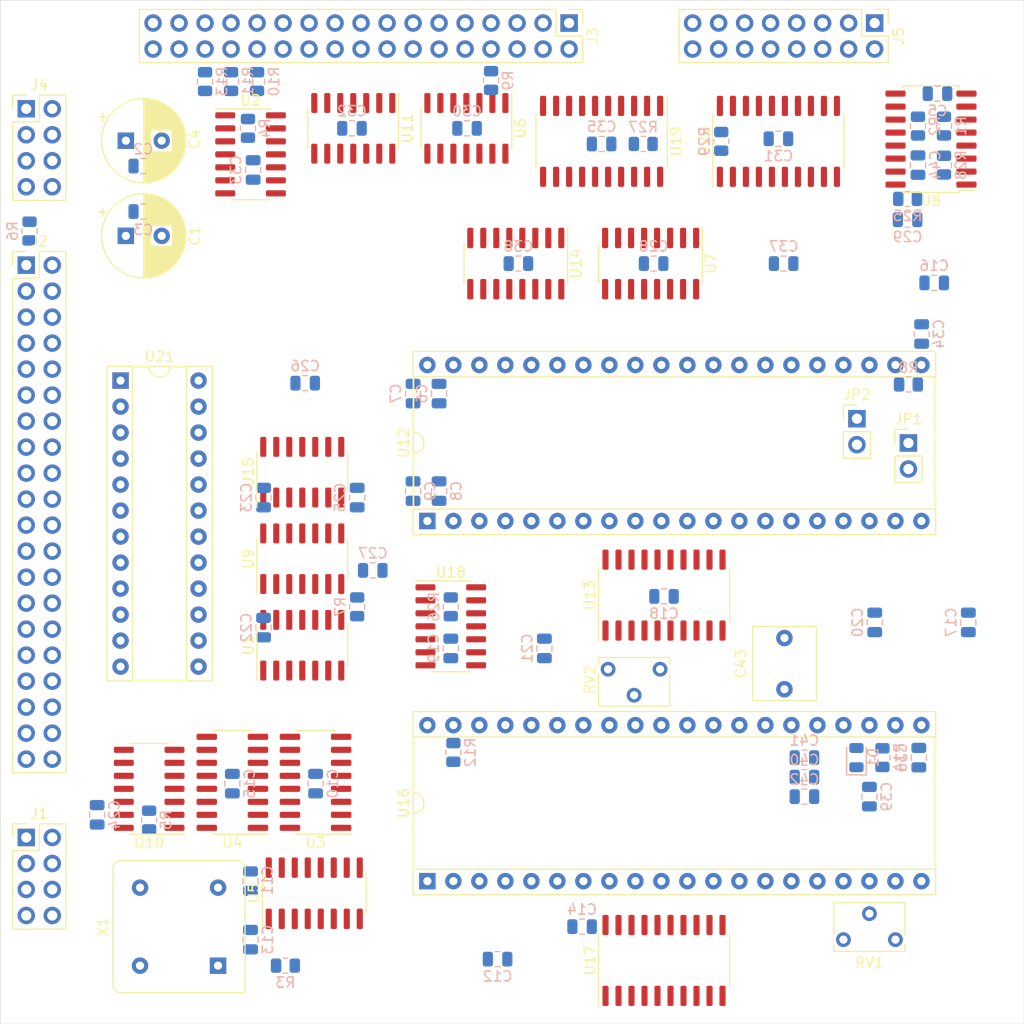
<source format=kicad_pcb>
(kicad_pcb (version 20171130) (host pcbnew "(5.1.9)-1")
  (layers (0 F.Cu signal) (31 B.Cu signal) (34 B.Paste user) (35 F.Paste user) (36 B.SilkS user) (37 F.SilkS user) (38 B.Mask user) (39 F.Mask user) (44 Edge.Cuts user))
  (net 0 "")
  (net 1 +5V)
  (net 2 GND)
  (net 3 F_D2)
  (net 4 F_D0)
  (net 5 F_A1)
  (net 6 F_D5)
  (net 7 F_A0)
  (net 8 F_D3)
  (net 9 F_D6)
  (net 10 F_D1)
  (net 11 F_D7)
  (net 12 F_D4)
  (net 13 ~F_INT~)
  (net 14 ~F_INUSE~)
  (net 15 ~F_EXMEM~)
  (net 16 ~F_SYSRES~)
  (net 17 "Net-(J5-Pad14)")
  (net 18 "Net-(J5-Pad12)")
  (net 19 "Net-(J5-Pad10)")
  (net 20 "Net-(J5-Pad6)")
  (net 21 -5V)
  (net 22 +12V)
  (net 23 "Net-(R3-Pad2)")
  (net 24 "Net-(U10-Pad10)")
  (net 25 F_A2)
  (net 26 F_A3)
  (net 27 F_A4)
  (net 28 ~F_IN~)
  (net 29 ~F_READ~)
  (net 30 ~F_WRITE~)
  (net 31 ~F_OUT~)
  (net 32 "Net-(J5-Pad8)")
  (net 33 "Net-(J5-Pad4)")
  (net 34 "Net-(J5-Pad2)")
  (net 35 "Net-(R8-Pad2)")
  (net 36 "Net-(U5-Pad10)")
  (net 37 4MHz)
  (net 38 2MHz)
  (net 39 1MHz)
  (net 40 "Net-(U14-Pad2)")
  (net 41 "Net-(U16-Pad13)")
  (net 42 "Net-(U16-Pad12)")
  (net 43 "Net-(U16-Pad11)")
  (net 44 40Hz)
  (net 45 ~37E0~)
  (net 46 INTCLK)
  (net 47 "Net-(D1-Pad2)")
  (net 48 "Net-(JP2-Pad1)")
  (net 49 "Net-(RV1-Pad2)")
  (net 50 "Net-(RV2-Pad2)")
  (net 51 "Net-(C5-Pad1)")
  (net 52 INTFLOP)
  (net 53 ~2793~)
  (net 54 ~1771~)
  (net 55 ~PRINTREAD~)
  (net 56 ~PRINTWRITE~)
  (net 57 "Net-(J5-Pad13)")
  (net 58 "Net-(J5-Pad11)")
  (net 59 "Net-(J5-Pad9)")
  (net 60 "Net-(J5-Pad7)")
  (net 61 "Net-(J5-Pad5)")
  (net 62 "Net-(J5-Pad3)")
  (net 63 "Net-(R2-Pad2)")
  (net 64 "Net-(U11-Pad11)")
  (net 65 "Net-(U16-Pad17)")
  (net 66 "Net-(U16-Pad14)")
  (net 67 "Net-(U16-Pad10)")
  (net 68 "Net-(U16-Pad9)")
  (net 69 "Net-(U16-Pad8)")
  (net 70 "Net-(U16-Pad7)")
  (net 71 "Net-(R12-Pad2)")
  (net 72 "Net-(U12-Pad11)")
  (net 73 "Net-(U12-Pad8)")
  (net 74 "Net-(U12-Pad4)")
  (net 75 DFL)
  (net 76 "Net-(U11-Pad3)")
  (net 77 D0)
  (net 78 D1)
  (net 79 D2)
  (net 80 D3)
  (net 81 MOTOR)
  (net 82 "Net-(C39-Pad2)")
  (net 83 "Net-(C40-Pad2)")
  (net 84 "Net-(C44-Pad1)")
  (net 85 "Net-(J3-Pad30)")
  (net 86 "Net-(J3-Pad28)")
  (net 87 "Net-(J3-Pad26)")
  (net 88 "Net-(J3-Pad24)")
  (net 89 "Net-(J3-Pad22)")
  (net 90 "Net-(J3-Pad20)")
  (net 91 "Net-(J3-Pad18)")
  (net 92 "Net-(J3-Pad16)")
  (net 93 "Net-(J3-Pad14)")
  (net 94 "Net-(J3-Pad12)")
  (net 95 "Net-(J3-Pad10)")
  (net 96 "Net-(J3-Pad8)")
  (net 97 "Net-(J3-Pad6)")
  (net 98 "Net-(R4-Pad2)")
  (net 99 "Net-(R5-Pad2)")
  (net 100 "Net-(R26-Pad2)")
  (net 101 "Net-(R27-Pad2)")
  (net 102 "Net-(R28-Pad2)")
  (net 103 "Net-(R29-Pad2)")
  (net 104 "Net-(U1-Pad13)")
  (net 105 "Net-(U1-Pad12)")
  (net 106 "Net-(U1-Pad11)")
  (net 107 "Net-(U12-Pad36)")
  (net 108 "Net-(U12-Pad34)")
  (net 109 "Net-(U12-Pad35)")
  (net 110 "Net-(U15-Pad5)")
  (net 111 "Net-(U3-Pad14)")
  (net 112 "Net-(U3-Pad10)")
  (net 113 "Net-(U3-Pad2)")
  (net 114 "Net-(U9-Pad12)")
  (net 115 "Net-(U11-Pad9)")
  (net 116 "Net-(U11-Pad5)")
  (net 117 "Net-(U11-Pad1)")
  (net 118 "Net-(U12-Pad16)")
  (net 119 "Net-(U12-Pad15)")
  (net 120 "Net-(U12-Pad14)")
  (net 121 "Net-(U12-Pad13)")
  (net 122 "Net-(U12-Pad12)")
  (net 123 "Net-(U12-Pad31)")
  (net 124 "Net-(U12-Pad30)")
  (net 125 "Net-(U12-Pad10)")
  (net 126 "Net-(U12-Pad9)")
  (net 127 "Net-(U12-Pad27)")
  (net 128 "Net-(U12-Pad7)")
  (net 129 "Net-(U12-Pad2)")
  (net 130 "Net-(U14-Pad14)")
  (net 131 "Net-(U14-Pad11)")
  (net 132 "Net-(U14-Pad5)")
  (net 133 "Net-(U15-Pad9)")
  (net 134 "Net-(U16-Pad1)")
  (module Package_SO:SOIC-14_3.9x8.7mm_P1.27mm (layer F.Cu) (at 49.5 66.1 90)
    (fp_text reference U15 (at 0 -5.28 90) (layer F.SilkS))
    (fp_text value 74LS02)
    (pad 14 smd roundrect (at 2.475 -3.81 90) (size 1.95 0.6) (layers F.Cu F.Paste F.Mask) (net 1 +5V))
    (pad 13 smd roundrect (at 2.475 -2.54 90) (size 1.95 0.6) (layers F.Cu F.Paste F.Mask) (net 54 ~1771~))
    (pad 12 smd roundrect (at 2.475 -1.27 90) (size 1.95 0.6) (layers F.Cu F.Paste F.Mask) (net 53 ~2793~))
    (pad 11 smd roundrect (at 2.475 0 90) (size 1.95 0.6) (layers F.Cu F.Paste F.Mask) (net 53 ~2793~))
    (pad 10 smd roundrect (at 2.475 1.27 90) (size 1.95 0.6) (layers F.Cu F.Paste F.Mask) (net 53 ~2793~))
    (pad 9 smd roundrect (at 2.475 2.54 90) (size 1.95 0.6) (layers F.Cu F.Paste F.Mask) (net 133 "Net-(U15-Pad9)"))
    (pad 8 smd roundrect (at 2.475 3.81 90) (size 1.95 0.6) (layers F.Cu F.Paste F.Mask))
    (pad 7 smd roundrect (at -2.475 3.81 90) (size 1.95 0.6) (layers F.Cu F.Paste F.Mask) (net 2 GND))
    (pad 6 smd roundrect (at -2.475 2.54 90) (size 1.95 0.6) (layers F.Cu F.Paste F.Mask) (net 110 "Net-(U15-Pad5)"))
    (pad 5 smd roundrect (at -2.475 1.27 90) (size 1.95 0.6) (layers F.Cu F.Paste F.Mask) (net 110 "Net-(U15-Pad5)"))
    (pad 4 smd roundrect (at -2.475 0 90) (size 1.95 0.6) (layers F.Cu F.Paste F.Mask) (net 127 "Net-(U12-Pad27)"))
    (pad 3 smd roundrect (at -2.475 -1.27 90) (size 1.95 0.6) (layers F.Cu F.Paste F.Mask))
    (pad 2 smd roundrect (at -2.475 -2.54 90) (size 1.95 0.6) (layers F.Cu F.Paste F.Mask))
    (pad 1 smd roundrect (at -2.475 -3.81 90) (size 1.95 0.6) (layers F.Cu F.Paste F.Mask))
  )
  (module Package_SO:SOIC-14_3.9x8.7mm_P1.27mm (layer F.Cu) (at 49.5 74.55 90)
    (fp_text reference U9 (at 0 -5.28 90) (layer F.SilkS))
    (fp_text value 74LS74)
    (pad 14 smd roundrect (at 2.475 -3.81 90) (size 1.95 0.6) (layers F.Cu F.Paste F.Mask) (net 1 +5V))
    (pad 13 smd roundrect (at 2.475 -2.54 90) (size 1.95 0.6) (layers F.Cu F.Paste F.Mask) (net 23 "Net-(R3-Pad2)"))
    (pad 12 smd roundrect (at 2.475 -1.27 90) (size 1.95 0.6) (layers F.Cu F.Paste F.Mask) (net 114 "Net-(U9-Pad12)"))
    (pad 11 smd roundrect (at 2.475 0 90) (size 1.95 0.6) (layers F.Cu F.Paste F.Mask) (net 38 2MHz))
    (pad 10 smd roundrect (at 2.475 1.27 90) (size 1.95 0.6) (layers F.Cu F.Paste F.Mask) (net 23 "Net-(R3-Pad2)"))
    (pad 9 smd roundrect (at 2.475 2.54 90) (size 1.95 0.6) (layers F.Cu F.Paste F.Mask) (net 39 1MHz))
    (pad 8 smd roundrect (at 2.475 3.81 90) (size 1.95 0.6) (layers F.Cu F.Paste F.Mask) (net 114 "Net-(U9-Pad12)"))
    (pad 7 smd roundrect (at -2.475 3.81 90) (size 1.95 0.6) (layers F.Cu F.Paste F.Mask) (net 2 GND))
    (pad 6 smd roundrect (at -2.475 2.54 90) (size 1.95 0.6) (layers F.Cu F.Paste F.Mask))
    (pad 5 smd roundrect (at -2.475 1.27 90) (size 1.95 0.6) (layers F.Cu F.Paste F.Mask))
    (pad 4 smd roundrect (at -2.475 0 90) (size 1.95 0.6) (layers F.Cu F.Paste F.Mask))
    (pad 3 smd roundrect (at -2.475 -1.27 90) (size 1.95 0.6) (layers F.Cu F.Paste F.Mask))
    (pad 2 smd roundrect (at -2.475 -2.54 90) (size 1.95 0.6) (layers F.Cu F.Paste F.Mask))
    (pad 1 smd roundrect (at -2.475 -3.81 90) (size 1.95 0.6) (layers F.Cu F.Paste F.Mask))
  )
  (module Package_SO:SOIC-14_3.9x8.7mm_P1.27mm (layer F.Cu) (at 49.5 83 90)
    (fp_text reference U1 (at 0 -5.28 90) (layer F.SilkS))
    (fp_text value 74LS32)
    (pad 14 smd roundrect (at 2.475 -3.81 90) (size 1.95 0.6) (layers F.Cu F.Paste F.Mask) (net 1 +5V))
    (pad 13 smd roundrect (at 2.475 -2.54 90) (size 1.95 0.6) (layers F.Cu F.Paste F.Mask) (net 104 "Net-(U1-Pad13)"))
    (pad 12 smd roundrect (at 2.475 -1.27 90) (size 1.95 0.6) (layers F.Cu F.Paste F.Mask) (net 105 "Net-(U1-Pad12)"))
    (pad 11 smd roundrect (at 2.475 0 90) (size 1.95 0.6) (layers F.Cu F.Paste F.Mask) (net 106 "Net-(U1-Pad11)"))
    (pad 10 smd roundrect (at 2.475 1.27 90) (size 1.95 0.6) (layers F.Cu F.Paste F.Mask) (net 80 D3))
    (pad 9 smd roundrect (at 2.475 2.54 90) (size 1.95 0.6) (layers F.Cu F.Paste F.Mask) (net 79 D2))
    (pad 8 smd roundrect (at 2.475 3.81 90) (size 1.95 0.6) (layers F.Cu F.Paste F.Mask) (net 105 "Net-(U1-Pad12)"))
    (pad 7 smd roundrect (at -2.475 3.81 90) (size 1.95 0.6) (layers F.Cu F.Paste F.Mask) (net 2 GND))
    (pad 6 smd roundrect (at -2.475 2.54 90) (size 1.95 0.6) (layers F.Cu F.Paste F.Mask) (net 104 "Net-(U1-Pad13)"))
    (pad 5 smd roundrect (at -2.475 1.27 90) (size 1.95 0.6) (layers F.Cu F.Paste F.Mask) (net 78 D1))
    (pad 4 smd roundrect (at -2.475 0 90) (size 1.95 0.6) (layers F.Cu F.Paste F.Mask) (net 77 D0))
    (pad 3 smd roundrect (at -2.475 -1.27 90) (size 1.95 0.6) (layers F.Cu F.Paste F.Mask) (net 52 INTFLOP))
    (pad 2 smd roundrect (at -2.475 -2.54 90) (size 1.95 0.6) (layers F.Cu F.Paste F.Mask) (net 98 "Net-(R4-Pad2)"))
    (pad 1 smd roundrect (at -2.475 -3.81 90) (size 1.95 0.6) (layers F.Cu F.Paste F.Mask) (net 71 "Net-(R12-Pad2)"))
  )
  (module Capacitor_THT:C_Rect_L7.0mm_W6.0mm_P5.00mm (layer F.Cu) (at 96.6 87.3 90)
    (fp_text reference C43 (at 2.5 -4.25 90) (layer F.SilkS))
    (fp_text value 60pF)
    (pad 2 thru_hole circle (at 5 0 90) (size 1.6 1.6) (drill 0.8) (layers *.Cu *.Mask) (net 2 GND))
    (pad 1 thru_hole circle (at 0 0 90) (size 1.6 1.6) (drill 0.8) (layers *.Cu *.Mask) (net 83 "Net-(C40-Pad2)"))
  )
  (module Capacitor_SMD:C_0805_2012Metric (layer B.Cu) (at 96.52 45.72 180)
    (fp_text reference C37 (at 0 1.68) (layer B.SilkS) (effects (justify mirror)))
    (fp_text value 100n)
    (pad 2 smd roundrect (at 0.95 0 180) (size 1 1.45) (layers B.Cu B.Paste B.Mask) (net 2 GND))
    (pad 1 smd roundrect (at -0.95 0 180) (size 1 1.45) (layers B.Cu B.Paste B.Mask) (net 1 +5V))
  )
  (module Capacitor_SMD:C_0805_2012Metric (layer B.Cu) (at 109.728 93.98 270)
    (fp_text reference C36 (at 0 1.68 90) (layer B.SilkS) (effects (justify mirror)))
    (fp_text value 100n)
    (pad 2 smd roundrect (at 0.95 0 270) (size 1 1.45) (layers B.Cu B.Paste B.Mask) (net 2 GND))
    (pad 1 smd roundrect (at -0.95 0 270) (size 1 1.45) (layers B.Cu B.Paste B.Mask) (net 1 +5V))
  )
  (module Capacitor_SMD:C_0805_2012Metric (layer B.Cu) (at 78.74 34.036 180)
    (fp_text reference C35 (at 0 1.68) (layer B.SilkS) (effects (justify mirror)))
    (fp_text value 100n)
    (pad 2 smd roundrect (at 0.95 0 180) (size 1 1.45) (layers B.Cu B.Paste B.Mask) (net 2 GND))
    (pad 1 smd roundrect (at -0.95 0 180) (size 1 1.45) (layers B.Cu B.Paste B.Mask) (net 1 +5V))
  )
  (module Capacitor_SMD:C_0805_2012Metric (layer B.Cu) (at 110 52.6 90)
    (fp_text reference C34 (at 0 1.68 90) (layer B.SilkS) (effects (justify mirror)))
    (fp_text value 100n)
    (pad 2 smd roundrect (at 0.95 0 90) (size 1 1.45) (layers B.Cu B.Paste B.Mask) (net 2 GND))
    (pad 1 smd roundrect (at -0.95 0 90) (size 1 1.45) (layers B.Cu B.Paste B.Mask) (net 1 +5V))
  )
  (module Capacitor_SMD:C_0805_2012Metric (layer B.Cu) (at 44.704 36.576 270)
    (fp_text reference C33 (at 0 1.68 90) (layer B.SilkS) (effects (justify mirror)))
    (fp_text value 100n)
    (pad 2 smd roundrect (at 0.95 0 270) (size 1 1.45) (layers B.Cu B.Paste B.Mask) (net 2 GND))
    (pad 1 smd roundrect (at -0.95 0 270) (size 1 1.45) (layers B.Cu B.Paste B.Mask) (net 1 +5V))
  )
  (module Capacitor_SMD:C_0805_2012Metric (layer B.Cu) (at 54.356 32.512 180)
    (fp_text reference C32 (at 0 1.68) (layer B.SilkS) (effects (justify mirror)))
    (fp_text value 100n)
    (pad 2 smd roundrect (at 0.95 0 180) (size 1 1.45) (layers B.Cu B.Paste B.Mask) (net 2 GND))
    (pad 1 smd roundrect (at -0.95 0 180) (size 1 1.45) (layers B.Cu B.Paste B.Mask) (net 1 +5V))
  )
  (module Capacitor_SMD:C_0805_2012Metric (layer B.Cu) (at 96.012 33.528)
    (fp_text reference C31 (at 0 1.68) (layer B.SilkS) (effects (justify mirror)))
    (fp_text value 100n)
    (pad 2 smd roundrect (at 0.95 0) (size 1 1.45) (layers B.Cu B.Paste B.Mask) (net 2 GND))
    (pad 1 smd roundrect (at -0.95 0) (size 1 1.45) (layers B.Cu B.Paste B.Mask) (net 1 +5V))
  )
  (module Capacitor_SMD:C_0805_2012Metric (layer B.Cu) (at 65.598 32.512 180)
    (fp_text reference C30 (at 0 1.68) (layer B.SilkS) (effects (justify mirror)))
    (fp_text value 100n)
    (pad 2 smd roundrect (at 0.95 0 180) (size 1 1.45) (layers B.Cu B.Paste B.Mask) (net 2 GND))
    (pad 1 smd roundrect (at -0.95 0 180) (size 1 1.45) (layers B.Cu B.Paste B.Mask) (net 1 +5V))
  )
  (module Capacitor_SMD:C_0805_2012Metric (layer B.Cu) (at 108.628 41.436)
    (fp_text reference C29 (at 0 1.68) (layer B.SilkS) (effects (justify mirror)))
    (fp_text value 100n)
    (pad 2 smd roundrect (at 0.95 0) (size 1 1.45) (layers B.Cu B.Paste B.Mask) (net 2 GND))
    (pad 1 smd roundrect (at -0.95 0) (size 1 1.45) (layers B.Cu B.Paste B.Mask) (net 1 +5V))
  )
  (module Capacitor_SMD:C_0805_2012Metric (layer B.Cu) (at 83.82 45.72 180)
    (fp_text reference C28 (at 0 1.68) (layer B.SilkS) (effects (justify mirror)))
    (fp_text value 100n)
    (pad 2 smd roundrect (at 0.95 0 180) (size 1 1.45) (layers B.Cu B.Paste B.Mask) (net 2 GND))
    (pad 1 smd roundrect (at -0.95 0 180) (size 1 1.45) (layers B.Cu B.Paste B.Mask) (net 1 +5V))
  )
  (module Package_SO:SOIC-14_3.9x8.7mm_P1.27mm (layer F.Cu) (at 44.45 35.052)
    (fp_text reference U2 (at 0 -5.28) (layer F.SilkS))
    (fp_text value 74LS32)
    (pad 14 smd roundrect (at 2.475 -3.81) (size 1.95 0.6) (layers F.Cu F.Paste F.Mask) (net 1 +5V))
    (pad 13 smd roundrect (at 2.475 -2.54) (size 1.95 0.6) (layers F.Cu F.Paste F.Mask) (net 86 "Net-(J3-Pad28)"))
    (pad 12 smd roundrect (at 2.475 -1.27) (size 1.95 0.6) (layers F.Cu F.Paste F.Mask) (net 86 "Net-(J3-Pad28)"))
    (pad 11 smd roundrect (at 2.475 0) (size 1.95 0.6) (layers F.Cu F.Paste F.Mask) (net 107 "Net-(U12-Pad36)"))
    (pad 10 smd roundrect (at 2.475 1.27) (size 1.95 0.6) (layers F.Cu F.Paste F.Mask) (net 87 "Net-(J3-Pad26)"))
    (pad 9 smd roundrect (at 2.475 2.54) (size 1.95 0.6) (layers F.Cu F.Paste F.Mask) (net 87 "Net-(J3-Pad26)"))
    (pad 8 smd roundrect (at 2.475 3.81) (size 1.95 0.6) (layers F.Cu F.Paste F.Mask) (net 108 "Net-(U12-Pad34)"))
    (pad 7 smd roundrect (at -2.475 3.81) (size 1.95 0.6) (layers F.Cu F.Paste F.Mask) (net 2 GND))
    (pad 6 smd roundrect (at -2.475 2.54) (size 1.95 0.6) (layers F.Cu F.Paste F.Mask) (net 109 "Net-(U12-Pad35)"))
    (pad 5 smd roundrect (at -2.475 1.27) (size 1.95 0.6) (layers F.Cu F.Paste F.Mask) (net 96 "Net-(J3-Pad8)"))
    (pad 4 smd roundrect (at -2.475 0) (size 1.95 0.6) (layers F.Cu F.Paste F.Mask) (net 96 "Net-(J3-Pad8)"))
    (pad 3 smd roundrect (at -2.475 -1.27) (size 1.95 0.6) (layers F.Cu F.Paste F.Mask) (net 110 "Net-(U15-Pad5)"))
    (pad 2 smd roundrect (at -2.475 -2.54) (size 1.95 0.6) (layers F.Cu F.Paste F.Mask) (net 85 "Net-(J3-Pad30)"))
    (pad 1 smd roundrect (at -2.475 -3.81) (size 1.95 0.6) (layers F.Cu F.Paste F.Mask) (net 85 "Net-(J3-Pad30)"))
  )
  (module Capacitor_SMD:C_0805_2012Metric (layer B.Cu) (at 60.325 67.945 90)
    (fp_text reference C9 (at 0 1.68 90) (layer B.SilkS) (effects (justify mirror)))
    (fp_text value 100n)
    (pad 2 smd roundrect (at 0.95 0 90) (size 1 1.45) (layers B.Cu B.Paste B.Mask) (net 2 GND))
    (pad 1 smd roundrect (at -0.95 0 90) (size 1 1.45) (layers B.Cu B.Paste B.Mask) (net 21 -5V))
  )
  (module Capacitor_SMD:C_0805_2012Metric (layer B.Cu) (at 60.325 58.42 270)
    (fp_text reference C7 (at 0 1.68 90) (layer B.SilkS) (effects (justify mirror)))
    (fp_text value 100n)
    (pad 2 smd roundrect (at 0.95 0 270) (size 1 1.45) (layers B.Cu B.Paste B.Mask) (net 2 GND))
    (pad 1 smd roundrect (at -0.95 0 270) (size 1 1.45) (layers B.Cu B.Paste B.Mask) (net 22 +12V))
  )
  (module Capacitor_SMD:C_0805_2012Metric (layer B.Cu) (at 62.865 67.945 90)
    (fp_text reference C8 (at 0 1.68 90) (layer B.SilkS) (effects (justify mirror)))
    (fp_text value 100n)
    (pad 2 smd roundrect (at 0.95 0 90) (size 1 1.45) (layers B.Cu B.Paste B.Mask) (net 2 GND))
    (pad 1 smd roundrect (at -0.95 0 90) (size 1 1.45) (layers B.Cu B.Paste B.Mask) (net 21 -5V))
  )
  (module Capacitor_SMD:C_0805_2012Metric (layer B.Cu) (at 62.865 58.42 270)
    (fp_text reference C6 (at 0 1.68 90) (layer B.SilkS) (effects (justify mirror)))
    (fp_text value 100n)
    (pad 2 smd roundrect (at 0.95 0 270) (size 1 1.45) (layers B.Cu B.Paste B.Mask) (net 2 GND))
    (pad 1 smd roundrect (at -0.95 0 270) (size 1 1.45) (layers B.Cu B.Paste B.Mask) (net 22 +12V))
  )
  (module Capacitor_SMD:C_0805_2012Metric (layer B.Cu) (at 70.612 45.72 180)
    (fp_text reference C38 (at 0 1.68) (layer B.SilkS) (effects (justify mirror)))
    (fp_text value 100n)
    (pad 2 smd roundrect (at 0.95 0 180) (size 1 1.45) (layers B.Cu B.Paste B.Mask) (net 2 GND))
    (pad 1 smd roundrect (at -0.95 0 180) (size 1 1.45) (layers B.Cu B.Paste B.Mask) (net 1 +5V))
  )
  (module Capacitor_SMD:C_0805_2012Metric (layer B.Cu) (at 56.388 75.692 180)
    (fp_text reference C27 (at 0 1.68) (layer B.SilkS) (effects (justify mirror)))
    (fp_text value 100n)
    (pad 2 smd roundrect (at 0.95 0 180) (size 1 1.45) (layers B.Cu B.Paste B.Mask) (net 2 GND))
    (pad 1 smd roundrect (at -0.95 0 180) (size 1 1.45) (layers B.Cu B.Paste B.Mask) (net 1 +5V))
  )
  (module Capacitor_SMD:C_0805_2012Metric (layer B.Cu) (at 49.784 57.404 180)
    (fp_text reference C26 (at 0 1.68) (layer B.SilkS) (effects (justify mirror)))
    (fp_text value 100n)
    (pad 2 smd roundrect (at 0.95 0 180) (size 1 1.45) (layers B.Cu B.Paste B.Mask) (net 2 GND))
    (pad 1 smd roundrect (at -0.95 0 180) (size 1 1.45) (layers B.Cu B.Paste B.Mask) (net 1 +5V))
  )
  (module Capacitor_SMD:C_0805_2012Metric (layer B.Cu) (at 54.864 68.58 270)
    (fp_text reference C25 (at 0 1.68 90) (layer B.SilkS) (effects (justify mirror)))
    (fp_text value 100n)
    (pad 2 smd roundrect (at 0.95 0 270) (size 1 1.45) (layers B.Cu B.Paste B.Mask) (net 2 GND))
    (pad 1 smd roundrect (at -0.95 0 270) (size 1 1.45) (layers B.Cu B.Paste B.Mask) (net 1 +5V))
  )
  (module Capacitor_SMD:C_0805_2012Metric (layer B.Cu) (at 29.464 99.568 90)
    (fp_text reference C24 (at 0 1.68 90) (layer B.SilkS) (effects (justify mirror)))
    (fp_text value 100n)
    (pad 2 smd roundrect (at 0.95 0 90) (size 1 1.45) (layers B.Cu B.Paste B.Mask) (net 2 GND))
    (pad 1 smd roundrect (at -0.95 0 90) (size 1 1.45) (layers B.Cu B.Paste B.Mask) (net 1 +5V))
  )
  (module Capacitor_SMD:C_0805_2012Metric (layer B.Cu) (at 45.72 68.58 270)
    (fp_text reference C23 (at 0 1.68 90) (layer B.SilkS) (effects (justify mirror)))
    (fp_text value 100n)
    (pad 2 smd roundrect (at 0.95 0 270) (size 1 1.45) (layers B.Cu B.Paste B.Mask) (net 2 GND))
    (pad 1 smd roundrect (at -0.95 0 270) (size 1 1.45) (layers B.Cu B.Paste B.Mask) (net 1 +5V))
  )
  (module Capacitor_SMD:C_0805_2012Metric (layer B.Cu) (at 45.72 81.28 270)
    (fp_text reference C22 (at 0 1.68 90) (layer B.SilkS) (effects (justify mirror)))
    (fp_text value 100n)
    (pad 2 smd roundrect (at 0.95 0 270) (size 1 1.45) (layers B.Cu B.Paste B.Mask) (net 2 GND))
    (pad 1 smd roundrect (at -0.95 0 270) (size 1 1.45) (layers B.Cu B.Paste B.Mask) (net 1 +5V))
  )
  (module Capacitor_SMD:C_0805_2012Metric (layer B.Cu) (at 73.152 83.312 270)
    (fp_text reference C21 (at 0 1.68 90) (layer B.SilkS) (effects (justify mirror)))
    (fp_text value 100n)
    (pad 2 smd roundrect (at 0.95 0 270) (size 1 1.45) (layers B.Cu B.Paste B.Mask) (net 2 GND))
    (pad 1 smd roundrect (at -0.95 0 270) (size 1 1.45) (layers B.Cu B.Paste B.Mask) (net 1 +5V))
  )
  (module Capacitor_SMD:C_0805_2012Metric (layer B.Cu) (at 105.42 80.772 270)
    (fp_text reference C20 (at 0 1.68 90) (layer B.SilkS) (effects (justify mirror)))
    (fp_text value 100n)
    (pad 2 smd roundrect (at 0.95 0 270) (size 1 1.45) (layers B.Cu B.Paste B.Mask) (net 2 GND))
    (pad 1 smd roundrect (at -0.95 0 270) (size 1 1.45) (layers B.Cu B.Paste B.Mask) (net 1 +5V))
  )
  (module Capacitor_SMD:C_0805_2012Metric (layer B.Cu) (at 64.008 83.312 270)
    (fp_text reference C19 (at 0 1.68 90) (layer B.SilkS) (effects (justify mirror)))
    (fp_text value 100n)
    (pad 2 smd roundrect (at 0.95 0 270) (size 1 1.45) (layers B.Cu B.Paste B.Mask) (net 2 GND))
    (pad 1 smd roundrect (at -0.95 0 270) (size 1 1.45) (layers B.Cu B.Paste B.Mask) (net 1 +5V))
  )
  (module Capacitor_SMD:C_0805_2012Metric (layer B.Cu) (at 84.836 78.232)
    (fp_text reference C18 (at 0 1.68) (layer B.SilkS) (effects (justify mirror)))
    (fp_text value 100n)
    (pad 2 smd roundrect (at 0.95 0) (size 1 1.45) (layers B.Cu B.Paste B.Mask) (net 2 GND))
    (pad 1 smd roundrect (at -0.95 0) (size 1 1.45) (layers B.Cu B.Paste B.Mask) (net 1 +5V))
  )
  (module Capacitor_SMD:C_0805_2012Metric (layer B.Cu) (at 114.564 80.772 270)
    (fp_text reference C17 (at 0 1.68 90) (layer B.SilkS) (effects (justify mirror)))
    (fp_text value 100n)
    (pad 2 smd roundrect (at 0.95 0 270) (size 1 1.45) (layers B.Cu B.Paste B.Mask) (net 2 GND))
    (pad 1 smd roundrect (at -0.95 0 270) (size 1 1.45) (layers B.Cu B.Paste B.Mask) (net 1 +5V))
  )
  (module Capacitor_SMD:C_0805_2012Metric (layer B.Cu) (at 111.228 47.608 180)
    (fp_text reference C16 (at 0 1.68) (layer B.SilkS) (effects (justify mirror)))
    (fp_text value 100n)
    (pad 2 smd roundrect (at 0.95 0 180) (size 1 1.45) (layers B.Cu B.Paste B.Mask) (net 2 GND))
    (pad 1 smd roundrect (at -0.95 0 180) (size 1 1.45) (layers B.Cu B.Paste B.Mask) (net 1 +5V))
  )
  (module Capacitor_SMD:C_0805_2012Metric (layer B.Cu) (at 42.672 96.52 90)
    (fp_text reference C15 (at 0 1.68 90) (layer B.SilkS) (effects (justify mirror)))
    (fp_text value 100n)
    (pad 2 smd roundrect (at 0.95 0 90) (size 1 1.45) (layers B.Cu B.Paste B.Mask) (net 2 GND))
    (pad 1 smd roundrect (at -0.95 0 90) (size 1 1.45) (layers B.Cu B.Paste B.Mask) (net 1 +5V))
  )
  (module Resistor_SMD:R_0805_2012Metric (layer B.Cu) (at 40.005 27.94 90)
    (fp_text reference R13 (at 0 1.65 90) (layer B.SilkS) (effects (justify mirror)))
    (fp_text value 150)
    (pad 2 smd roundrect (at 0.9125 0 90) (size 1.025 1.4) (layers B.Cu B.Paste B.Mask) (roundrect_rratio 0.243902) (net 85 "Net-(J3-Pad30)"))
    (pad 1 smd roundrect (at -0.9125 0 90) (size 1.025 1.4) (layers B.Cu B.Paste B.Mask) (roundrect_rratio 0.243902) (net 1 +5V))
  )
  (module Resistor_SMD:R_0805_2012Metric (layer B.Cu) (at 42.545 27.94 90)
    (fp_text reference R11 (at 0 1.65 270) (layer B.SilkS) (effects (justify mirror)))
    (fp_text value 150)
    (pad 2 smd roundrect (at 0.9125 0 90) (size 1.025 1.4) (layers B.Cu B.Paste B.Mask) (roundrect_rratio 0.243902) (net 86 "Net-(J3-Pad28)"))
    (pad 1 smd roundrect (at -0.9125 0 90) (size 1.025 1.4) (layers B.Cu B.Paste B.Mask) (roundrect_rratio 0.243902) (net 1 +5V))
  )
  (module Resistor_SMD:R_0805_2012Metric (layer B.Cu) (at 45.085 27.94 90)
    (fp_text reference R10 (at 0 1.65 90) (layer B.SilkS) (effects (justify mirror)))
    (fp_text value 150)
    (pad 2 smd roundrect (at 0.9125 0 90) (size 1.025 1.4) (layers B.Cu B.Paste B.Mask) (roundrect_rratio 0.243902) (net 87 "Net-(J3-Pad26)"))
    (pad 1 smd roundrect (at -0.9125 0 90) (size 1.025 1.4) (layers B.Cu B.Paste B.Mask) (roundrect_rratio 0.243902) (net 1 +5V))
  )
  (module Resistor_SMD:R_0805_2012Metric (layer B.Cu) (at 67.945 27.8365 90)
    (fp_text reference R9 (at 0 1.65 90) (layer B.SilkS) (effects (justify mirror)))
    (fp_text value 150)
    (pad 2 smd roundrect (at 0.9125 0 90) (size 1.025 1.4) (layers B.Cu B.Paste B.Mask) (roundrect_rratio 0.243902) (net 96 "Net-(J3-Pad8)"))
    (pad 1 smd roundrect (at -0.9125 0 90) (size 1.025 1.4) (layers B.Cu B.Paste B.Mask) (roundrect_rratio 0.243902) (net 1 +5V))
  )
  (module Package_SO:SOIC-14_3.9x8.7mm_P1.27mm (layer F.Cu) (at 65.532 32.512 270)
    (fp_text reference U6 (at 0 -5.28 90) (layer F.SilkS))
    (fp_text value 74LS06)
    (pad 14 smd roundrect (at 2.475 -3.81 270) (size 1.95 0.6) (layers F.Cu F.Paste F.Mask) (net 1 +5V))
    (pad 13 smd roundrect (at 2.475 -2.54 270) (size 1.95 0.6) (layers F.Cu F.Paste F.Mask) (net 52 INTFLOP))
    (pad 12 smd roundrect (at 2.475 -1.27 270) (size 1.95 0.6) (layers F.Cu F.Paste F.Mask) (net 13 ~F_INT~))
    (pad 11 smd roundrect (at 2.475 0 270) (size 1.95 0.6) (layers F.Cu F.Paste F.Mask) (net 81 MOTOR))
    (pad 10 smd roundrect (at 2.475 1.27 270) (size 1.95 0.6) (layers F.Cu F.Paste F.Mask) (net 92 "Net-(J3-Pad16)"))
    (pad 9 smd roundrect (at 2.475 2.54 270) (size 1.95 0.6) (layers F.Cu F.Paste F.Mask) (net 77 D0))
    (pad 8 smd roundrect (at 2.475 3.81 270) (size 1.95 0.6) (layers F.Cu F.Paste F.Mask) (net 95 "Net-(J3-Pad10)"))
    (pad 7 smd roundrect (at -2.475 3.81 270) (size 1.95 0.6) (layers F.Cu F.Paste F.Mask) (net 2 GND))
    (pad 6 smd roundrect (at -2.475 2.54 270) (size 1.95 0.6) (layers F.Cu F.Paste F.Mask) (net 93 "Net-(J3-Pad14)"))
    (pad 5 smd roundrect (at -2.475 1.27 270) (size 1.95 0.6) (layers F.Cu F.Paste F.Mask) (net 79 D2))
    (pad 4 smd roundrect (at -2.475 0 270) (size 1.95 0.6) (layers F.Cu F.Paste F.Mask) (net 94 "Net-(J3-Pad12)"))
    (pad 3 smd roundrect (at -2.475 -1.27 270) (size 1.95 0.6) (layers F.Cu F.Paste F.Mask) (net 78 D1))
    (pad 2 smd roundrect (at -2.475 -2.54 270) (size 1.95 0.6) (layers F.Cu F.Paste F.Mask) (net 97 "Net-(J3-Pad6)"))
    (pad 1 smd roundrect (at -2.475 -3.81 270) (size 1.95 0.6) (layers F.Cu F.Paste F.Mask) (net 80 D3))
  )
  (module Package_SO:SOIC-14_3.9x8.7mm_P1.27mm (layer F.Cu) (at 64.008 81.153)
    (fp_text reference U18 (at 0 -5.28) (layer F.SilkS))
    (fp_text value 74LS74)
    (pad 14 smd roundrect (at 2.475 -3.81) (size 1.95 0.6) (layers F.Cu F.Paste F.Mask))
    (pad 13 smd roundrect (at 2.475 -2.54) (size 1.95 0.6) (layers F.Cu F.Paste F.Mask))
    (pad 12 smd roundrect (at 2.475 -1.27) (size 1.95 0.6) (layers F.Cu F.Paste F.Mask))
    (pad 11 smd roundrect (at 2.475 0) (size 1.95 0.6) (layers F.Cu F.Paste F.Mask))
    (pad 10 smd roundrect (at 2.475 1.27) (size 1.95 0.6) (layers F.Cu F.Paste F.Mask))
    (pad 9 smd roundrect (at 2.475 2.54) (size 1.95 0.6) (layers F.Cu F.Paste F.Mask))
    (pad 8 smd roundrect (at 2.475 3.81) (size 1.95 0.6) (layers F.Cu F.Paste F.Mask))
    (pad 7 smd roundrect (at -2.475 3.81) (size 1.95 0.6) (layers F.Cu F.Paste F.Mask))
    (pad 6 smd roundrect (at -2.475 2.54) (size 1.95 0.6) (layers F.Cu F.Paste F.Mask))
    (pad 5 smd roundrect (at -2.475 1.27) (size 1.95 0.6) (layers F.Cu F.Paste F.Mask) (net 133 "Net-(U15-Pad9)"))
    (pad 4 smd roundrect (at -2.475 0) (size 1.95 0.6) (layers F.Cu F.Paste F.Mask) (net 100 "Net-(R26-Pad2)"))
    (pad 3 smd roundrect (at -2.475 -1.27) (size 1.95 0.6) (layers F.Cu F.Paste F.Mask))
    (pad 2 smd roundrect (at -2.475 -2.54) (size 1.95 0.6) (layers F.Cu F.Paste F.Mask) (net 4 F_D0))
    (pad 1 smd roundrect (at -2.475 -3.81) (size 1.95 0.6) (layers F.Cu F.Paste F.Mask) (net 100 "Net-(R26-Pad2)"))
  )
  (module Resistor_SMD:R_0805_2012Metric (layer B.Cu) (at 64.008 79.248 270)
    (fp_text reference R26 (at 0 1.65 90) (layer B.SilkS) (effects (justify mirror)))
    (fp_text value 10K)
    (pad 2 smd roundrect (at 0.9125 0 270) (size 1.025 1.4) (layers B.Cu B.Paste B.Mask) (roundrect_rratio 0.243902) (net 100 "Net-(R26-Pad2)"))
    (pad 1 smd roundrect (at -0.9125 0 270) (size 1.025 1.4) (layers B.Cu B.Paste B.Mask) (roundrect_rratio 0.243902) (net 1 +5V))
  )
  (module Potentiometer_THT:Potentiometer_Bourns_3266W_Vertical (layer F.Cu) (at 84.455 85.344)
    (fp_text reference RV2 (at -6.858 1.016 90) (layer F.SilkS))
    (fp_text value 10K)
    (pad 3 thru_hole circle (at -5.08 0) (size 1.44 1.44) (drill 0.8) (layers *.Cu *.Mask) (net 1 +5V))
    (pad 2 thru_hole circle (at -2.54 2.54) (size 1.44 1.44) (drill 0.8) (layers *.Cu *.Mask) (net 50 "Net-(RV2-Pad2)"))
    (pad 1 thru_hole circle (at 0 0) (size 1.44 1.44) (drill 0.8) (layers *.Cu *.Mask) (net 2 GND))
  )
  (module Potentiometer_THT:Potentiometer_Bourns_3266W_Vertical (layer F.Cu) (at 102.362 111.76 180)
    (fp_text reference RV1 (at -2.54 -2.27) (layer F.SilkS))
    (fp_text value 50K)
    (pad 3 thru_hole circle (at -5.08 0 180) (size 1.44 1.44) (drill 0.8) (layers *.Cu *.Mask) (net 2 GND))
    (pad 2 thru_hole circle (at -2.54 2.54 180) (size 1.44 1.44) (drill 0.8) (layers *.Cu *.Mask) (net 49 "Net-(RV1-Pad2)"))
    (pad 1 thru_hole circle (at 0 0 180) (size 1.44 1.44) (drill 0.8) (layers *.Cu *.Mask) (net 1 +5V))
  )
  (module Capacitor_SMD:C_0805_2012Metric (layer B.Cu) (at 98.552 97.79 180)
    (fp_text reference C42 (at 0 1.68) (layer B.SilkS) (effects (justify mirror)))
    (fp_text value 15pF)
    (pad 2 smd roundrect (at 0.95 0 180) (size 1 1.45) (layers B.Cu B.Paste B.Mask) (net 83 "Net-(C40-Pad2)"))
    (pad 1 smd roundrect (at -0.95 0 180) (size 1 1.45) (layers B.Cu B.Paste B.Mask) (net 2 GND))
  )
  (module Capacitor_SMD:C_0805_2012Metric (layer B.Cu) (at 98.552 93.98 180)
    (fp_text reference C41 (at 0 1.68) (layer B.SilkS) (effects (justify mirror)))
    (fp_text value 15pF)
    (pad 2 smd roundrect (at 0.95 0 180) (size 1 1.45) (layers B.Cu B.Paste B.Mask) (net 83 "Net-(C40-Pad2)"))
    (pad 1 smd roundrect (at -0.95 0 180) (size 1 1.45) (layers B.Cu B.Paste B.Mask) (net 2 GND))
  )
  (module Capacitor_SMD:C_0805_2012Metric (layer B.Cu) (at 98.552 95.885 180)
    (fp_text reference C40 (at 0 1.68) (layer B.SilkS) (effects (justify mirror)))
    (fp_text value 15pF)
    (pad 2 smd roundrect (at 0.95 0 180) (size 1 1.45) (layers B.Cu B.Paste B.Mask) (net 83 "Net-(C40-Pad2)"))
    (pad 1 smd roundrect (at -0.95 0 180) (size 1 1.45) (layers B.Cu B.Paste B.Mask) (net 2 GND))
  )
  (module Resistor_SMD:R_0805_2012Metric (layer B.Cu) (at 106.172 93.98 90)
    (fp_text reference R14 (at 0 1.65 270) (layer B.SilkS) (effects (justify mirror)))
    (fp_text value 1K)
    (pad 2 smd roundrect (at 0.9125 0 90) (size 1.025 1.4) (layers B.Cu B.Paste B.Mask) (roundrect_rratio 0.243902) (net 47 "Net-(D1-Pad2)"))
    (pad 1 smd roundrect (at -0.9125 0 90) (size 1.025 1.4) (layers B.Cu B.Paste B.Mask) (roundrect_rratio 0.243902) (net 82 "Net-(C39-Pad2)"))
  )
  (module Resistor_SMD:R_0805_2012Metric (layer B.Cu) (at 64.262 93.472 90)
    (fp_text reference R12 (at 0 1.65 270) (layer B.SilkS) (effects (justify mirror)))
    (fp_text value 10K)
    (pad 2 smd roundrect (at 0.9125 0 90) (size 1.025 1.4) (layers B.Cu B.Paste B.Mask) (roundrect_rratio 0.243902) (net 71 "Net-(R12-Pad2)"))
    (pad 1 smd roundrect (at -0.9125 0 90) (size 1.025 1.4) (layers B.Cu B.Paste B.Mask) (roundrect_rratio 0.243902) (net 1 +5V))
  )
  (module Resistor_SMD:R_0805_2012Metric (layer B.Cu) (at 44.196 32.512 90)
    (fp_text reference R4 (at 0 1.65 90) (layer B.SilkS) (effects (justify mirror)))
    (fp_text value 10K)
    (pad 2 smd roundrect (at 0.9125 0 90) (size 1.025 1.4) (layers B.Cu B.Paste B.Mask) (roundrect_rratio 0.243902) (net 98 "Net-(R4-Pad2)"))
    (pad 1 smd roundrect (at -0.9125 0 90) (size 1.025 1.4) (layers B.Cu B.Paste B.Mask) (roundrect_rratio 0.243902) (net 1 +5V))
  )
  (module Resistor_SMD:R_0805_2012Metric (layer B.Cu) (at 82.804 34.036 180)
    (fp_text reference R27 (at 0 1.65) (layer B.SilkS) (effects (justify mirror)))
    (fp_text value 10K)
    (pad 2 smd roundrect (at 0.9125 0 180) (size 1.025 1.4) (layers B.Cu B.Paste B.Mask) (roundrect_rratio 0.243902) (net 101 "Net-(R27-Pad2)"))
    (pad 1 smd roundrect (at -0.9125 0 180) (size 1.025 1.4) (layers B.Cu B.Paste B.Mask) (roundrect_rratio 0.243902) (net 1 +5V))
  )
  (module Connector_PinHeader_2.54mm:PinHeader_1x02_P2.54mm_Vertical (layer F.Cu) (at 103.682 60.871)
    (fp_text reference JP2 (at 0 -2.33) (layer F.SilkS))
    (fp_text value TEST)
    (pad 2 thru_hole oval (at 0 2.54) (size 1.7 1.7) (drill 1) (layers *.Cu *.Mask) (net 2 GND))
    (pad 1 thru_hole rect (at 0 0) (size 1.7 1.7) (drill 1) (layers *.Cu *.Mask) (net 48 "Net-(JP2-Pad1)"))
  )
  (module Diode_SMD:D_0805_2012Metric (layer B.Cu) (at 103.632 93.98 90)
    (fp_text reference D1 (at 0 1.65 270) (layer B.SilkS) (effects (justify mirror)))
    (fp_text value DIODE)
    (pad 2 smd roundrect (at 0.9375 0 90) (size 0.975 1.4) (layers B.Cu B.Paste B.Mask) (net 47 "Net-(D1-Pad2)"))
    (pad 1 smd roundrect (at -0.9375 0 90) (size 0.975 1.4) (layers B.Cu B.Paste B.Mask) (net 82 "Net-(C39-Pad2)"))
  )
  (module Capacitor_SMD:C_0805_2012Metric (layer B.Cu) (at 104.902 97.79 90)
    (fp_text reference C39 (at 0 1.68 90) (layer B.SilkS) (effects (justify mirror)))
    (fp_text value 150nF)
    (pad 2 smd roundrect (at 0.95 0 90) (size 1 1.45) (layers B.Cu B.Paste B.Mask) (net 82 "Net-(C39-Pad2)"))
    (pad 1 smd roundrect (at -0.95 0 90) (size 1 1.45) (layers B.Cu B.Paste B.Mask) (net 2 GND))
  )
  (module Oscillator:Oscillator_DIP-8 (layer F.Cu) (at 41.275 114.3 90)
    (fp_text reference X1 (at 3.81 -11.26 90) (layer F.SilkS))
    (fp_text value CXO_DIP8)
    (pad 4 thru_hole circle (at 7.62 0 90) (size 1.6 1.6) (drill 0.8) (layers *.Cu *.Mask) (net 2 GND))
    (pad 5 thru_hole circle (at 7.62 -7.62 90) (size 1.6 1.6) (drill 0.8) (layers *.Cu *.Mask) (net 37 4MHz))
    (pad 8 thru_hole circle (at 0 -7.62 90) (size 1.6 1.6) (drill 0.8) (layers *.Cu *.Mask) (net 1 +5V))
    (pad 1 thru_hole rect (at 0 0 90) (size 1.6 1.6) (drill 0.8) (layers *.Cu *.Mask))
  )
  (module Package_SO:SOIC-14_3.9x8.7mm_P1.27mm (layer F.Cu) (at 34.544 97.028 180)
    (fp_text reference U10 (at 0 -5.28) (layer F.SilkS))
    (fp_text value 74LS74)
    (pad 14 smd roundrect (at 2.475 -3.81 180) (size 1.95 0.6) (layers F.Cu F.Paste F.Mask) (net 1 +5V))
    (pad 13 smd roundrect (at 2.475 -2.54 180) (size 1.95 0.6) (layers F.Cu F.Paste F.Mask) (net 99 "Net-(R5-Pad2)"))
    (pad 12 smd roundrect (at 2.475 -1.27 180) (size 1.95 0.6) (layers F.Cu F.Paste F.Mask) (net 2 GND))
    (pad 11 smd roundrect (at 2.475 0 180) (size 1.95 0.6) (layers F.Cu F.Paste F.Mask) (net 45 ~37E0~))
    (pad 10 smd roundrect (at 2.475 1.27 180) (size 1.95 0.6) (layers F.Cu F.Paste F.Mask) (net 24 "Net-(U10-Pad10)"))
    (pad 9 smd roundrect (at 2.475 2.54 180) (size 1.95 0.6) (layers F.Cu F.Paste F.Mask) (net 46 INTCLK))
    (pad 8 smd roundrect (at 2.475 3.81 180) (size 1.95 0.6) (layers F.Cu F.Paste F.Mask))
    (pad 7 smd roundrect (at -2.475 3.81 180) (size 1.95 0.6) (layers F.Cu F.Paste F.Mask) (net 2 GND))
    (pad 6 smd roundrect (at -2.475 2.54 180) (size 1.95 0.6) (layers F.Cu F.Paste F.Mask))
    (pad 5 smd roundrect (at -2.475 1.27 180) (size 1.95 0.6) (layers F.Cu F.Paste F.Mask) (net 24 "Net-(U10-Pad10)"))
    (pad 4 smd roundrect (at -2.475 0 180) (size 1.95 0.6) (layers F.Cu F.Paste F.Mask) (net 45 ~37E0~))
    (pad 3 smd roundrect (at -2.475 -1.27 180) (size 1.95 0.6) (layers F.Cu F.Paste F.Mask) (net 44 40Hz))
    (pad 2 smd roundrect (at -2.475 -2.54 180) (size 1.95 0.6) (layers F.Cu F.Paste F.Mask) (net 2 GND))
    (pad 1 smd roundrect (at -2.475 -3.81 180) (size 1.95 0.6) (layers F.Cu F.Paste F.Mask) (net 99 "Net-(R5-Pad2)"))
  )
  (module Resistor_SMD:R_0805_2012Metric (layer B.Cu) (at 34.544 100.076 90)
    (fp_text reference R5 (at 0 1.65 90) (layer B.SilkS) (effects (justify mirror)))
    (fp_text value 10K)
    (pad 2 smd roundrect (at 0.9125 0 90) (size 1.025 1.4) (layers B.Cu B.Paste B.Mask) (roundrect_rratio 0.243902) (net 99 "Net-(R5-Pad2)"))
    (pad 1 smd roundrect (at -0.9125 0 90) (size 1.025 1.4) (layers B.Cu B.Paste B.Mask) (roundrect_rratio 0.243902) (net 1 +5V))
  )
  (module Package_SO:SOP-16_3.9x9.9mm_P1.27mm (layer F.Cu) (at 42.672 96.393 180)
    (fp_text reference U4 (at 0 -5.9) (layer F.SilkS))
    (fp_text value 4518)
    (pad 16 smd roundrect (at 2.5 -4.445 180) (size 2 0.6) (layers F.Cu F.Paste F.Mask) (net 1 +5V))
    (pad 15 smd roundrect (at 2.5 -3.175 180) (size 2 0.6) (layers F.Cu F.Paste F.Mask) (net 2 GND))
    (pad 14 smd roundrect (at 2.5 -1.905 180) (size 2 0.6) (layers F.Cu F.Paste F.Mask))
    (pad 13 smd roundrect (at 2.5 -0.635 180) (size 2 0.6) (layers F.Cu F.Paste F.Mask))
    (pad 12 smd roundrect (at 2.5 0.635 180) (size 2 0.6) (layers F.Cu F.Paste F.Mask))
    (pad 11 smd roundrect (at 2.5 1.905 180) (size 2 0.6) (layers F.Cu F.Paste F.Mask))
    (pad 10 smd roundrect (at 2.5 3.175 180) (size 2 0.6) (layers F.Cu F.Paste F.Mask) (net 44 40Hz))
    (pad 9 smd roundrect (at 2.5 4.445 180) (size 2 0.6) (layers F.Cu F.Paste F.Mask) (net 2 GND))
    (pad 8 smd roundrect (at -2.5 4.445 180) (size 2 0.6) (layers F.Cu F.Paste F.Mask) (net 2 GND))
    (pad 7 smd roundrect (at -2.5 3.175 180) (size 2 0.6) (layers F.Cu F.Paste F.Mask) (net 2 GND))
    (pad 6 smd roundrect (at -2.5 1.905 180) (size 2 0.6) (layers F.Cu F.Paste F.Mask) (net 44 40Hz))
    (pad 5 smd roundrect (at -2.5 0.635 180) (size 2 0.6) (layers F.Cu F.Paste F.Mask))
    (pad 4 smd roundrect (at -2.5 -0.635 180) (size 2 0.6) (layers F.Cu F.Paste F.Mask))
    (pad 3 smd roundrect (at -2.5 -1.905 180) (size 2 0.6) (layers F.Cu F.Paste F.Mask))
    (pad 2 smd roundrect (at -2.5 -3.175 180) (size 2 0.6) (layers F.Cu F.Paste F.Mask) (net 111 "Net-(U3-Pad14)"))
    (pad 1 smd roundrect (at -2.5 -4.445 180) (size 2 0.6) (layers F.Cu F.Paste F.Mask) (net 2 GND))
  )
  (module Package_SO:SOP-16_3.9x9.9mm_P1.27mm (layer F.Cu) (at 50.8 96.393 180)
    (fp_text reference U3 (at 0 -5.9) (layer F.SilkS))
    (fp_text value 4518)
    (pad 16 smd roundrect (at 2.5 -4.445 180) (size 2 0.6) (layers F.Cu F.Paste F.Mask) (net 1 +5V))
    (pad 15 smd roundrect (at 2.5 -3.175 180) (size 2 0.6) (layers F.Cu F.Paste F.Mask) (net 2 GND))
    (pad 14 smd roundrect (at 2.5 -1.905 180) (size 2 0.6) (layers F.Cu F.Paste F.Mask) (net 111 "Net-(U3-Pad14)"))
    (pad 13 smd roundrect (at 2.5 -0.635 180) (size 2 0.6) (layers F.Cu F.Paste F.Mask))
    (pad 12 smd roundrect (at 2.5 0.635 180) (size 2 0.6) (layers F.Cu F.Paste F.Mask))
    (pad 11 smd roundrect (at 2.5 1.905 180) (size 2 0.6) (layers F.Cu F.Paste F.Mask))
    (pad 10 smd roundrect (at 2.5 3.175 180) (size 2 0.6) (layers F.Cu F.Paste F.Mask) (net 112 "Net-(U3-Pad10)"))
    (pad 9 smd roundrect (at 2.5 4.445 180) (size 2 0.6) (layers F.Cu F.Paste F.Mask) (net 2 GND))
    (pad 8 smd roundrect (at -2.5 4.445 180) (size 2 0.6) (layers F.Cu F.Paste F.Mask) (net 2 GND))
    (pad 7 smd roundrect (at -2.5 3.175 180) (size 2 0.6) (layers F.Cu F.Paste F.Mask) (net 2 GND))
    (pad 6 smd roundrect (at -2.5 1.905 180) (size 2 0.6) (layers F.Cu F.Paste F.Mask) (net 112 "Net-(U3-Pad10)"))
    (pad 5 smd roundrect (at -2.5 0.635 180) (size 2 0.6) (layers F.Cu F.Paste F.Mask))
    (pad 4 smd roundrect (at -2.5 -0.635 180) (size 2 0.6) (layers F.Cu F.Paste F.Mask))
    (pad 3 smd roundrect (at -2.5 -1.905 180) (size 2 0.6) (layers F.Cu F.Paste F.Mask))
    (pad 2 smd roundrect (at -2.5 -3.175 180) (size 2 0.6) (layers F.Cu F.Paste F.Mask) (net 113 "Net-(U3-Pad2)"))
    (pad 1 smd roundrect (at -2.5 -4.445 180) (size 2 0.6) (layers F.Cu F.Paste F.Mask) (net 2 GND))
  )
  (module Package_SO:SOP-16_3.9x9.9mm_P1.27mm (layer F.Cu) (at 50.673 107.228 90)
    (fp_text reference U5 (at 0 -5.9 90) (layer F.SilkS))
    (fp_text value 4518)
    (pad 16 smd roundrect (at 2.5 -4.445 90) (size 2 0.6) (layers F.Cu F.Paste F.Mask) (net 1 +5V))
    (pad 15 smd roundrect (at 2.5 -3.175 90) (size 2 0.6) (layers F.Cu F.Paste F.Mask) (net 2 GND))
    (pad 14 smd roundrect (at 2.5 -1.905 90) (size 2 0.6) (layers F.Cu F.Paste F.Mask) (net 113 "Net-(U3-Pad2)"))
    (pad 13 smd roundrect (at 2.5 -0.635 90) (size 2 0.6) (layers F.Cu F.Paste F.Mask))
    (pad 12 smd roundrect (at 2.5 0.635 90) (size 2 0.6) (layers F.Cu F.Paste F.Mask))
    (pad 11 smd roundrect (at 2.5 1.905 90) (size 2 0.6) (layers F.Cu F.Paste F.Mask))
    (pad 10 smd roundrect (at 2.5 3.175 90) (size 2 0.6) (layers F.Cu F.Paste F.Mask) (net 36 "Net-(U5-Pad10)"))
    (pad 9 smd roundrect (at 2.5 4.445 90) (size 2 0.6) (layers F.Cu F.Paste F.Mask) (net 2 GND))
    (pad 8 smd roundrect (at -2.5 4.445 90) (size 2 0.6) (layers F.Cu F.Paste F.Mask) (net 2 GND))
    (pad 7 smd roundrect (at -2.5 3.175 90) (size 2 0.6) (layers F.Cu F.Paste F.Mask) (net 2 GND))
    (pad 6 smd roundrect (at -2.5 1.905 90) (size 2 0.6) (layers F.Cu F.Paste F.Mask) (net 36 "Net-(U5-Pad10)"))
    (pad 5 smd roundrect (at -2.5 0.635 90) (size 2 0.6) (layers F.Cu F.Paste F.Mask))
    (pad 4 smd roundrect (at -2.5 -0.635 90) (size 2 0.6) (layers F.Cu F.Paste F.Mask))
    (pad 3 smd roundrect (at -2.5 -1.905 90) (size 2 0.6) (layers F.Cu F.Paste F.Mask) (net 38 2MHz))
    (pad 2 smd roundrect (at -2.5 -3.175 90) (size 2 0.6) (layers F.Cu F.Paste F.Mask) (net 37 4MHz))
    (pad 1 smd roundrect (at -2.5 -4.445 90) (size 2 0.6) (layers F.Cu F.Paste F.Mask) (net 2 GND))
  )
  (module Resistor_SMD:R_0805_2012Metric (layer B.Cu) (at 47.8555 114.3)
    (fp_text reference R3 (at 0 1.65) (layer B.SilkS) (effects (justify mirror)))
    (fp_text value 10K)
    (pad 2 smd roundrect (at 0.9125 0) (size 1.025 1.4) (layers B.Cu B.Paste B.Mask) (roundrect_rratio 0.243902) (net 23 "Net-(R3-Pad2)"))
    (pad 1 smd roundrect (at -0.9125 0) (size 1.025 1.4) (layers B.Cu B.Paste B.Mask) (roundrect_rratio 0.243902) (net 1 +5V))
  )
  (module Package_SO:SO-20_5.3x12.6mm_P1.27mm (layer F.Cu) (at 96.012 33.782 90)
    (fp_text reference U20 (at 0 -7.25 90) (layer F.SilkS))
    (fp_text value 74LS273)
    (pad 20 smd roundrect (at 3.4625 -5.715 90) (size 1.975 0.6) (layers F.Cu F.Paste F.Mask) (net 1 +5V))
    (pad 19 smd roundrect (at 3.4625 -4.445 90) (size 1.975 0.6) (layers F.Cu F.Paste F.Mask) (net 62 "Net-(J5-Pad3)"))
    (pad 18 smd roundrect (at 3.4625 -3.175 90) (size 1.975 0.6) (layers F.Cu F.Paste F.Mask) (net 4 F_D0))
    (pad 17 smd roundrect (at 3.4625 -1.905 90) (size 1.975 0.6) (layers F.Cu F.Paste F.Mask) (net 10 F_D1))
    (pad 16 smd roundrect (at 3.4625 -0.635 90) (size 1.975 0.6) (layers F.Cu F.Paste F.Mask) (net 33 "Net-(J5-Pad4)"))
    (pad 15 smd roundrect (at 3.4625 0.635 90) (size 1.975 0.6) (layers F.Cu F.Paste F.Mask) (net 20 "Net-(J5-Pad6)"))
    (pad 14 smd roundrect (at 3.4625 1.905 90) (size 1.975 0.6) (layers F.Cu F.Paste F.Mask) (net 3 F_D2))
    (pad 13 smd roundrect (at 3.4625 3.175 90) (size 1.975 0.6) (layers F.Cu F.Paste F.Mask) (net 8 F_D3))
    (pad 12 smd roundrect (at 3.4625 4.445 90) (size 1.975 0.6) (layers F.Cu F.Paste F.Mask) (net 60 "Net-(J5-Pad7)"))
    (pad 11 smd roundrect (at 3.4625 5.715 90) (size 1.975 0.6) (layers F.Cu F.Paste F.Mask) (net 56 ~PRINTWRITE~))
    (pad 10 smd roundrect (at -3.4625 5.715 90) (size 1.975 0.6) (layers F.Cu F.Paste F.Mask) (net 2 GND))
    (pad 9 smd roundrect (at -3.4625 4.445 90) (size 1.975 0.6) (layers F.Cu F.Paste F.Mask) (net 32 "Net-(J5-Pad8)"))
    (pad 8 smd roundrect (at -3.4625 3.175 90) (size 1.975 0.6) (layers F.Cu F.Paste F.Mask) (net 12 F_D4))
    (pad 7 smd roundrect (at -3.4625 1.905 90) (size 1.975 0.6) (layers F.Cu F.Paste F.Mask) (net 6 F_D5))
    (pad 6 smd roundrect (at -3.4625 0.635 90) (size 1.975 0.6) (layers F.Cu F.Paste F.Mask) (net 59 "Net-(J5-Pad9)"))
    (pad 5 smd roundrect (at -3.4625 -0.635 90) (size 1.975 0.6) (layers F.Cu F.Paste F.Mask) (net 19 "Net-(J5-Pad10)"))
    (pad 4 smd roundrect (at -3.4625 -1.905 90) (size 1.975 0.6) (layers F.Cu F.Paste F.Mask) (net 9 F_D6))
    (pad 3 smd roundrect (at -3.4625 -3.175 90) (size 1.975 0.6) (layers F.Cu F.Paste F.Mask) (net 11 F_D7))
    (pad 2 smd roundrect (at -3.4625 -4.445 90) (size 1.975 0.6) (layers F.Cu F.Paste F.Mask) (net 58 "Net-(J5-Pad11)"))
    (pad 1 smd roundrect (at -3.4625 -5.715 90) (size 1.975 0.6) (layers F.Cu F.Paste F.Mask) (net 103 "Net-(R29-Pad2)"))
  )
  (module Package_SO:SO-20_5.3x12.6mm_P1.27mm (layer F.Cu) (at 78.74 33.782 270)
    (fp_text reference U19 (at 0 -7.25 90) (layer F.SilkS))
    (fp_text value 74LS244)
    (pad 20 smd roundrect (at 3.4625 -5.715 270) (size 1.975 0.6) (layers F.Cu F.Paste F.Mask) (net 1 +5V))
    (pad 19 smd roundrect (at 3.4625 -4.445 270) (size 1.975 0.6) (layers F.Cu F.Paste F.Mask) (net 55 ~PRINTREAD~))
    (pad 18 smd roundrect (at 3.4625 -3.175 270) (size 1.975 0.6) (layers F.Cu F.Paste F.Mask))
    (pad 17 smd roundrect (at 3.4625 -1.905 270) (size 1.975 0.6) (layers F.Cu F.Paste F.Mask) (net 12 F_D4))
    (pad 16 smd roundrect (at 3.4625 -0.635 270) (size 1.975 0.6) (layers F.Cu F.Paste F.Mask))
    (pad 15 smd roundrect (at 3.4625 0.635 270) (size 1.975 0.6) (layers F.Cu F.Paste F.Mask) (net 6 F_D5))
    (pad 14 smd roundrect (at 3.4625 1.905 270) (size 1.975 0.6) (layers F.Cu F.Paste F.Mask) (net 9 F_D6))
    (pad 13 smd roundrect (at 3.4625 3.175 270) (size 1.975 0.6) (layers F.Cu F.Paste F.Mask) (net 9 F_D6))
    (pad 12 smd roundrect (at 3.4625 4.445 270) (size 1.975 0.6) (layers F.Cu F.Paste F.Mask) (net 11 F_D7))
    (pad 11 smd roundrect (at 3.4625 5.715 270) (size 1.975 0.6) (layers F.Cu F.Paste F.Mask) (net 11 F_D7))
    (pad 10 smd roundrect (at -3.4625 5.715 270) (size 1.975 0.6) (layers F.Cu F.Paste F.Mask) (net 2 GND))
    (pad 9 smd roundrect (at -3.4625 4.445 270) (size 1.975 0.6) (layers F.Cu F.Paste F.Mask) (net 18 "Net-(J5-Pad12)"))
    (pad 8 smd roundrect (at -3.4625 3.175 270) (size 1.975 0.6) (layers F.Cu F.Paste F.Mask) (net 46 INTCLK))
    (pad 7 smd roundrect (at -3.4625 1.905 270) (size 1.975 0.6) (layers F.Cu F.Paste F.Mask) (net 57 "Net-(J5-Pad13)"))
    (pad 6 smd roundrect (at -3.4625 0.635 270) (size 1.975 0.6) (layers F.Cu F.Paste F.Mask) (net 52 INTFLOP))
    (pad 5 smd roundrect (at -3.4625 -0.635 270) (size 1.975 0.6) (layers F.Cu F.Paste F.Mask) (net 17 "Net-(J5-Pad14)"))
    (pad 4 smd roundrect (at -3.4625 -1.905 270) (size 1.975 0.6) (layers F.Cu F.Paste F.Mask) (net 101 "Net-(R27-Pad2)"))
    (pad 3 smd roundrect (at -3.4625 -3.175 270) (size 1.975 0.6) (layers F.Cu F.Paste F.Mask) (net 61 "Net-(J5-Pad5)"))
    (pad 2 smd roundrect (at -3.4625 -4.445 270) (size 1.975 0.6) (layers F.Cu F.Paste F.Mask) (net 101 "Net-(R27-Pad2)"))
    (pad 1 smd roundrect (at -3.4625 -5.715 270) (size 1.975 0.6) (layers F.Cu F.Paste F.Mask) (net 45 ~37E0~))
  )
  (module Package_SO:SO-16_5.3x10.2mm_P1.27mm (layer F.Cu) (at 110.914 33.562 180)
    (fp_text reference U8 (at 0 -6.05) (layer F.SilkS))
    (fp_text value 74LS123)
    (pad 16 smd roundrect (at 3.4625 -4.445 180) (size 1.975 0.6) (layers F.Cu F.Paste F.Mask) (net 1 +5V))
    (pad 15 smd roundrect (at 3.4625 -3.175 180) (size 1.975 0.6) (layers F.Cu F.Paste F.Mask) (net 84 "Net-(C44-Pad1)"))
    (pad 14 smd roundrect (at 3.4625 -1.905 180) (size 1.975 0.6) (layers F.Cu F.Paste F.Mask) (net 2 GND))
    (pad 13 smd roundrect (at 3.4625 -0.635 180) (size 1.975 0.6) (layers F.Cu F.Paste F.Mask))
    (pad 12 smd roundrect (at 3.4625 0.635 180) (size 1.975 0.6) (layers F.Cu F.Paste F.Mask))
    (pad 11 smd roundrect (at 3.4625 1.905 180) (size 1.975 0.6) (layers F.Cu F.Paste F.Mask) (net 63 "Net-(R2-Pad2)"))
    (pad 10 smd roundrect (at 3.4625 3.175 180) (size 1.975 0.6) (layers F.Cu F.Paste F.Mask) (net 63 "Net-(R2-Pad2)"))
    (pad 9 smd roundrect (at 3.4625 4.445 180) (size 1.975 0.6) (layers F.Cu F.Paste F.Mask) (net 75 DFL))
    (pad 8 smd roundrect (at -3.4625 4.445 180) (size 1.975 0.6) (layers F.Cu F.Paste F.Mask) (net 2 GND))
    (pad 7 smd roundrect (at -3.4625 3.175 180) (size 1.975 0.6) (layers F.Cu F.Paste F.Mask) (net 2 GND))
    (pad 6 smd roundrect (at -3.4625 1.905 180) (size 1.975 0.6) (layers F.Cu F.Paste F.Mask) (net 51 "Net-(C5-Pad1)"))
    (pad 5 smd roundrect (at -3.4625 0.635 180) (size 1.975 0.6) (layers F.Cu F.Paste F.Mask) (net 81 MOTOR))
    (pad 4 smd roundrect (at -3.4625 -0.635 180) (size 1.975 0.6) (layers F.Cu F.Paste F.Mask) (net 34 "Net-(J5-Pad2)"))
    (pad 3 smd roundrect (at -3.4625 -1.905 180) (size 1.975 0.6) (layers F.Cu F.Paste F.Mask) (net 102 "Net-(R28-Pad2)"))
    (pad 2 smd roundrect (at -3.4625 -3.175 180) (size 1.975 0.6) (layers F.Cu F.Paste F.Mask) (net 56 ~PRINTWRITE~))
    (pad 1 smd roundrect (at -3.4625 -4.445 180) (size 1.975 0.6) (layers F.Cu F.Paste F.Mask) (net 2 GND))
  )
  (module Package_SO:SO-20_5.3x12.6mm_P1.27mm (layer F.Cu) (at 84.836 78.105 90)
    (fp_text reference U13 (at 0 -7.25 90) (layer F.SilkS))
    (fp_text value 74LS640)
    (pad 20 smd roundrect (at 3.4625 -5.715 90) (size 1.975 0.6) (layers F.Cu F.Paste F.Mask) (net 1 +5V))
    (pad 19 smd roundrect (at 3.4625 -4.445 90) (size 1.975 0.6) (layers F.Cu F.Paste F.Mask) (net 54 ~1771~))
    (pad 18 smd roundrect (at 3.4625 -3.175 90) (size 1.975 0.6) (layers F.Cu F.Paste F.Mask) (net 128 "Net-(U12-Pad7)"))
    (pad 17 smd roundrect (at 3.4625 -1.905 90) (size 1.975 0.6) (layers F.Cu F.Paste F.Mask) (net 73 "Net-(U12-Pad8)"))
    (pad 16 smd roundrect (at 3.4625 -0.635 90) (size 1.975 0.6) (layers F.Cu F.Paste F.Mask) (net 126 "Net-(U12-Pad9)"))
    (pad 15 smd roundrect (at 3.4625 0.635 90) (size 1.975 0.6) (layers F.Cu F.Paste F.Mask) (net 125 "Net-(U12-Pad10)"))
    (pad 14 smd roundrect (at 3.4625 1.905 90) (size 1.975 0.6) (layers F.Cu F.Paste F.Mask) (net 72 "Net-(U12-Pad11)"))
    (pad 13 smd roundrect (at 3.4625 3.175 90) (size 1.975 0.6) (layers F.Cu F.Paste F.Mask) (net 122 "Net-(U12-Pad12)"))
    (pad 12 smd roundrect (at 3.4625 4.445 90) (size 1.975 0.6) (layers F.Cu F.Paste F.Mask) (net 121 "Net-(U12-Pad13)"))
    (pad 11 smd roundrect (at 3.4625 5.715 90) (size 1.975 0.6) (layers F.Cu F.Paste F.Mask) (net 120 "Net-(U12-Pad14)"))
    (pad 10 smd roundrect (at -3.4625 5.715 90) (size 1.975 0.6) (layers F.Cu F.Paste F.Mask) (net 2 GND))
    (pad 9 smd roundrect (at -3.4625 4.445 90) (size 1.975 0.6) (layers F.Cu F.Paste F.Mask) (net 11 F_D7))
    (pad 8 smd roundrect (at -3.4625 3.175 90) (size 1.975 0.6) (layers F.Cu F.Paste F.Mask) (net 9 F_D6))
    (pad 7 smd roundrect (at -3.4625 1.905 90) (size 1.975 0.6) (layers F.Cu F.Paste F.Mask) (net 6 F_D5))
    (pad 6 smd roundrect (at -3.4625 0.635 90) (size 1.975 0.6) (layers F.Cu F.Paste F.Mask) (net 12 F_D4))
    (pad 5 smd roundrect (at -3.4625 -0.635 90) (size 1.975 0.6) (layers F.Cu F.Paste F.Mask) (net 8 F_D3))
    (pad 4 smd roundrect (at -3.4625 -1.905 90) (size 1.975 0.6) (layers F.Cu F.Paste F.Mask) (net 3 F_D2))
    (pad 3 smd roundrect (at -3.4625 -3.175 90) (size 1.975 0.6) (layers F.Cu F.Paste F.Mask) (net 10 F_D1))
    (pad 2 smd roundrect (at -3.4625 -4.445 90) (size 1.975 0.6) (layers F.Cu F.Paste F.Mask) (net 4 F_D0))
    (pad 1 smd roundrect (at -3.4625 -5.715 90) (size 1.975 0.6) (layers F.Cu F.Paste F.Mask) (net 129 "Net-(U12-Pad2)"))
  )
  (module Package_SO:SO-20_5.3x12.6mm_P1.27mm (layer F.Cu) (at 84.836 113.792 90)
    (fp_text reference U17 (at 0 -7.25 90) (layer F.SilkS))
    (fp_text value 74LS245)
    (pad 20 smd roundrect (at 3.4625 -5.715 90) (size 1.975 0.6) (layers F.Cu F.Paste F.Mask) (net 1 +5V))
    (pad 19 smd roundrect (at 3.4625 -4.445 90) (size 1.975 0.6) (layers F.Cu F.Paste F.Mask) (net 53 ~2793~))
    (pad 18 smd roundrect (at 3.4625 -3.175 90) (size 1.975 0.6) (layers F.Cu F.Paste F.Mask) (net 70 "Net-(U16-Pad7)"))
    (pad 17 smd roundrect (at 3.4625 -1.905 90) (size 1.975 0.6) (layers F.Cu F.Paste F.Mask) (net 69 "Net-(U16-Pad8)"))
    (pad 16 smd roundrect (at 3.4625 -0.635 90) (size 1.975 0.6) (layers F.Cu F.Paste F.Mask) (net 68 "Net-(U16-Pad9)"))
    (pad 15 smd roundrect (at 3.4625 0.635 90) (size 1.975 0.6) (layers F.Cu F.Paste F.Mask) (net 67 "Net-(U16-Pad10)"))
    (pad 14 smd roundrect (at 3.4625 1.905 90) (size 1.975 0.6) (layers F.Cu F.Paste F.Mask) (net 43 "Net-(U16-Pad11)"))
    (pad 13 smd roundrect (at 3.4625 3.175 90) (size 1.975 0.6) (layers F.Cu F.Paste F.Mask) (net 42 "Net-(U16-Pad12)"))
    (pad 12 smd roundrect (at 3.4625 4.445 90) (size 1.975 0.6) (layers F.Cu F.Paste F.Mask) (net 41 "Net-(U16-Pad13)"))
    (pad 11 smd roundrect (at 3.4625 5.715 90) (size 1.975 0.6) (layers F.Cu F.Paste F.Mask) (net 66 "Net-(U16-Pad14)"))
    (pad 10 smd roundrect (at -3.4625 5.715 90) (size 1.975 0.6) (layers F.Cu F.Paste F.Mask) (net 2 GND))
    (pad 9 smd roundrect (at -3.4625 4.445 90) (size 1.975 0.6) (layers F.Cu F.Paste F.Mask) (net 11 F_D7))
    (pad 8 smd roundrect (at -3.4625 3.175 90) (size 1.975 0.6) (layers F.Cu F.Paste F.Mask) (net 9 F_D6))
    (pad 7 smd roundrect (at -3.4625 1.905 90) (size 1.975 0.6) (layers F.Cu F.Paste F.Mask) (net 6 F_D5))
    (pad 6 smd roundrect (at -3.4625 0.635 90) (size 1.975 0.6) (layers F.Cu F.Paste F.Mask) (net 12 F_D4))
    (pad 5 smd roundrect (at -3.4625 -0.635 90) (size 1.975 0.6) (layers F.Cu F.Paste F.Mask) (net 8 F_D3))
    (pad 4 smd roundrect (at -3.4625 -1.905 90) (size 1.975 0.6) (layers F.Cu F.Paste F.Mask) (net 3 F_D2))
    (pad 3 smd roundrect (at -3.4625 -3.175 90) (size 1.975 0.6) (layers F.Cu F.Paste F.Mask) (net 10 F_D1))
    (pad 2 smd roundrect (at -3.4625 -4.445 90) (size 1.975 0.6) (layers F.Cu F.Paste F.Mask) (net 4 F_D0))
    (pad 1 smd roundrect (at -3.4625 -5.715 90) (size 1.975 0.6) (layers F.Cu F.Paste F.Mask) (net 129 "Net-(U12-Pad2)"))
  )
  (module Package_SO:SOP-16_3.9x9.9mm_P1.27mm (layer F.Cu) (at 83.526 45.72 270)
    (fp_text reference U7 (at 0 -5.9 90) (layer F.SilkS))
    (fp_text value 74LS175)
    (pad 16 smd roundrect (at 2.5 -4.445 270) (size 2 0.6) (layers F.Cu F.Paste F.Mask) (net 1 +5V))
    (pad 15 smd roundrect (at 2.5 -3.175 270) (size 2 0.6) (layers F.Cu F.Paste F.Mask) (net 80 D3))
    (pad 14 smd roundrect (at 2.5 -1.905 270) (size 2 0.6) (layers F.Cu F.Paste F.Mask))
    (pad 13 smd roundrect (at 2.5 -0.635 270) (size 2 0.6) (layers F.Cu F.Paste F.Mask) (net 8 F_D3))
    (pad 12 smd roundrect (at 2.5 0.635 270) (size 2 0.6) (layers F.Cu F.Paste F.Mask) (net 3 F_D2))
    (pad 11 smd roundrect (at 2.5 1.905 270) (size 2 0.6) (layers F.Cu F.Paste F.Mask))
    (pad 10 smd roundrect (at 2.5 3.175 270) (size 2 0.6) (layers F.Cu F.Paste F.Mask) (net 79 D2))
    (pad 9 smd roundrect (at 2.5 4.445 270) (size 2 0.6) (layers F.Cu F.Paste F.Mask) (net 75 DFL))
    (pad 8 smd roundrect (at -2.5 4.445 270) (size 2 0.6) (layers F.Cu F.Paste F.Mask) (net 2 GND))
    (pad 7 smd roundrect (at -2.5 3.175 270) (size 2 0.6) (layers F.Cu F.Paste F.Mask) (net 78 D1))
    (pad 6 smd roundrect (at -2.5 1.905 270) (size 2 0.6) (layers F.Cu F.Paste F.Mask))
    (pad 5 smd roundrect (at -2.5 0.635 270) (size 2 0.6) (layers F.Cu F.Paste F.Mask) (net 10 F_D1))
    (pad 4 smd roundrect (at -2.5 -0.635 270) (size 2 0.6) (layers F.Cu F.Paste F.Mask) (net 4 F_D0))
    (pad 3 smd roundrect (at -2.5 -1.905 270) (size 2 0.6) (layers F.Cu F.Paste F.Mask))
    (pad 2 smd roundrect (at -2.5 -3.175 270) (size 2 0.6) (layers F.Cu F.Paste F.Mask) (net 77 D0))
    (pad 1 smd roundrect (at -2.5 -4.445 270) (size 2 0.6) (layers F.Cu F.Paste F.Mask) (net 81 MOTOR))
  )
  (module Package_SO:SOP-16_3.9x9.9mm_P1.27mm (layer F.Cu) (at 70.358 45.72 270)
    (fp_text reference U14 (at 0 -5.9 90) (layer F.SilkS))
    (fp_text value 74LS157)
    (pad 16 smd roundrect (at 2.5 -4.445 270) (size 2 0.6) (layers F.Cu F.Paste F.Mask) (net 1 +5V))
    (pad 15 smd roundrect (at 2.5 -3.175 270) (size 2 0.6) (layers F.Cu F.Paste F.Mask) (net 2 GND))
    (pad 14 smd roundrect (at 2.5 -1.905 270) (size 2 0.6) (layers F.Cu F.Paste F.Mask) (net 130 "Net-(U14-Pad14)"))
    (pad 13 smd roundrect (at 2.5 -0.635 270) (size 2 0.6) (layers F.Cu F.Paste F.Mask) (net 119 "Net-(U12-Pad15)"))
    (pad 12 smd roundrect (at 2.5 0.635 270) (size 2 0.6) (layers F.Cu F.Paste F.Mask) (net 76 "Net-(U11-Pad3)"))
    (pad 11 smd roundrect (at 2.5 1.905 270) (size 2 0.6) (layers F.Cu F.Paste F.Mask) (net 131 "Net-(U14-Pad11)"))
    (pad 10 smd roundrect (at 2.5 3.175 270) (size 2 0.6) (layers F.Cu F.Paste F.Mask) (net 118 "Net-(U12-Pad16)"))
    (pad 9 smd roundrect (at 2.5 4.445 270) (size 2 0.6) (layers F.Cu F.Paste F.Mask) (net 117 "Net-(U11-Pad1)"))
    (pad 8 smd roundrect (at -2.5 4.445 270) (size 2 0.6) (layers F.Cu F.Paste F.Mask) (net 2 GND))
    (pad 7 smd roundrect (at -2.5 3.175 270) (size 2 0.6) (layers F.Cu F.Paste F.Mask) (net 116 "Net-(U11-Pad5)"))
    (pad 6 smd roundrect (at -2.5 1.905 270) (size 2 0.6) (layers F.Cu F.Paste F.Mask) (net 124 "Net-(U12-Pad30)"))
    (pad 5 smd roundrect (at -2.5 0.635 270) (size 2 0.6) (layers F.Cu F.Paste F.Mask) (net 132 "Net-(U14-Pad5)"))
    (pad 4 smd roundrect (at -2.5 -0.635 270) (size 2 0.6) (layers F.Cu F.Paste F.Mask) (net 115 "Net-(U11-Pad9)"))
    (pad 3 smd roundrect (at -2.5 -1.905 270) (size 2 0.6) (layers F.Cu F.Paste F.Mask) (net 123 "Net-(U12-Pad31)"))
    (pad 2 smd roundrect (at -2.5 -3.175 270) (size 2 0.6) (layers F.Cu F.Paste F.Mask) (net 40 "Net-(U14-Pad2)"))
    (pad 1 smd roundrect (at -2.5 -4.445 270) (size 2 0.6) (layers F.Cu F.Paste F.Mask) (net 53 ~2793~))
  )
  (module Package_SO:SOIC-14_3.9x8.7mm_P1.27mm (layer F.Cu) (at 54.483 32.512 270)
    (fp_text reference U11 (at 0 -5.28 90) (layer F.SilkS))
    (fp_text value 74LS06)
    (pad 14 smd roundrect (at 2.475 -3.81 270) (size 1.95 0.6) (layers F.Cu F.Paste F.Mask) (net 1 +5V))
    (pad 13 smd roundrect (at 2.475 -2.54 270) (size 1.95 0.6) (layers F.Cu F.Paste F.Mask) (net 46 INTCLK))
    (pad 12 smd roundrect (at 2.475 -1.27 270) (size 1.95 0.6) (layers F.Cu F.Paste F.Mask) (net 13 ~F_INT~))
    (pad 11 smd roundrect (at 2.475 0 270) (size 1.95 0.6) (layers F.Cu F.Paste F.Mask) (net 64 "Net-(U11-Pad11)"))
    (pad 10 smd roundrect (at 2.475 1.27 270) (size 1.95 0.6) (layers F.Cu F.Paste F.Mask) (net 14 ~F_INUSE~))
    (pad 9 smd roundrect (at 2.475 2.54 270) (size 1.95 0.6) (layers F.Cu F.Paste F.Mask) (net 115 "Net-(U11-Pad9)"))
    (pad 8 smd roundrect (at 2.475 3.81 270) (size 1.95 0.6) (layers F.Cu F.Paste F.Mask) (net 89 "Net-(J3-Pad22)"))
    (pad 7 smd roundrect (at -2.475 3.81 270) (size 1.95 0.6) (layers F.Cu F.Paste F.Mask) (net 2 GND))
    (pad 6 smd roundrect (at -2.475 2.54 270) (size 1.95 0.6) (layers F.Cu F.Paste F.Mask) (net 88 "Net-(J3-Pad24)"))
    (pad 5 smd roundrect (at -2.475 1.27 270) (size 1.95 0.6) (layers F.Cu F.Paste F.Mask) (net 116 "Net-(U11-Pad5)"))
    (pad 4 smd roundrect (at -2.475 0 270) (size 1.95 0.6) (layers F.Cu F.Paste F.Mask) (net 90 "Net-(J3-Pad20)"))
    (pad 3 smd roundrect (at -2.475 -1.27 270) (size 1.95 0.6) (layers F.Cu F.Paste F.Mask) (net 76 "Net-(U11-Pad3)"))
    (pad 2 smd roundrect (at -2.475 -2.54 270) (size 1.95 0.6) (layers F.Cu F.Paste F.Mask) (net 91 "Net-(J3-Pad18)"))
    (pad 1 smd roundrect (at -2.475 -3.81 270) (size 1.95 0.6) (layers F.Cu F.Paste F.Mask) (net 117 "Net-(U11-Pad1)"))
  )
  (module Connector_PinHeader_2.54mm:PinHeader_2x08_P2.54mm_Vertical (layer F.Cu) (at 105.41 22.225 270)
    (fp_text reference J5 (at 1.27 -2.33 90) (layer F.SilkS))
    (fp_text value Conn_01x16_Male)
    (pad 16 thru_hole oval (at 2.54 17.78 270) (size 1.7 1.7) (drill 1) (layers *.Cu *.Mask) (net 2 GND))
    (pad 15 thru_hole oval (at 0 17.78 270) (size 1.7 1.7) (drill 1) (layers *.Cu *.Mask) (net 2 GND))
    (pad 14 thru_hole oval (at 2.54 15.24 270) (size 1.7 1.7) (drill 1) (layers *.Cu *.Mask) (net 17 "Net-(J5-Pad14)"))
    (pad 13 thru_hole oval (at 0 15.24 270) (size 1.7 1.7) (drill 1) (layers *.Cu *.Mask) (net 57 "Net-(J5-Pad13)"))
    (pad 12 thru_hole oval (at 2.54 12.7 270) (size 1.7 1.7) (drill 1) (layers *.Cu *.Mask) (net 18 "Net-(J5-Pad12)"))
    (pad 11 thru_hole oval (at 0 12.7 270) (size 1.7 1.7) (drill 1) (layers *.Cu *.Mask) (net 58 "Net-(J5-Pad11)"))
    (pad 10 thru_hole oval (at 2.54 10.16 270) (size 1.7 1.7) (drill 1) (layers *.Cu *.Mask) (net 19 "Net-(J5-Pad10)"))
    (pad 9 thru_hole oval (at 0 10.16 270) (size 1.7 1.7) (drill 1) (layers *.Cu *.Mask) (net 59 "Net-(J5-Pad9)"))
    (pad 8 thru_hole oval (at 2.54 7.62 270) (size 1.7 1.7) (drill 1) (layers *.Cu *.Mask) (net 32 "Net-(J5-Pad8)"))
    (pad 7 thru_hole oval (at 0 7.62 270) (size 1.7 1.7) (drill 1) (layers *.Cu *.Mask) (net 60 "Net-(J5-Pad7)"))
    (pad 6 thru_hole oval (at 2.54 5.08 270) (size 1.7 1.7) (drill 1) (layers *.Cu *.Mask) (net 20 "Net-(J5-Pad6)"))
    (pad 5 thru_hole oval (at 0 5.08 270) (size 1.7 1.7) (drill 1) (layers *.Cu *.Mask) (net 61 "Net-(J5-Pad5)"))
    (pad 4 thru_hole oval (at 2.54 2.54 270) (size 1.7 1.7) (drill 1) (layers *.Cu *.Mask) (net 33 "Net-(J5-Pad4)"))
    (pad 3 thru_hole oval (at 0 2.54 270) (size 1.7 1.7) (drill 1) (layers *.Cu *.Mask) (net 62 "Net-(J5-Pad3)"))
    (pad 2 thru_hole oval (at 2.54 0 270) (size 1.7 1.7) (drill 1) (layers *.Cu *.Mask) (net 34 "Net-(J5-Pad2)"))
    (pad 1 thru_hole rect (at 0 0 270) (size 1.7 1.7) (drill 1) (layers *.Cu *.Mask) (net 2 GND))
  )
  (module Connector_PinHeader_2.54mm:PinHeader_2x17_P2.54mm_Vertical (layer F.Cu) (at 75.565 22.225 270)
    (fp_text reference J3 (at 1.27 -2.33 90) (layer F.SilkS))
    (fp_text value Floppy-header)
    (pad 34 thru_hole oval (at 2.54 40.64 270) (size 1.7 1.7) (drill 1) (layers *.Cu *.Mask))
    (pad 33 thru_hole oval (at 0 40.64 270) (size 1.7 1.7) (drill 1) (layers *.Cu *.Mask) (net 2 GND))
    (pad 32 thru_hole oval (at 2.54 38.1 270) (size 1.7 1.7) (drill 1) (layers *.Cu *.Mask))
    (pad 31 thru_hole oval (at 0 38.1 270) (size 1.7 1.7) (drill 1) (layers *.Cu *.Mask) (net 2 GND))
    (pad 30 thru_hole oval (at 2.54 35.56 270) (size 1.7 1.7) (drill 1) (layers *.Cu *.Mask) (net 85 "Net-(J3-Pad30)"))
    (pad 29 thru_hole oval (at 0 35.56 270) (size 1.7 1.7) (drill 1) (layers *.Cu *.Mask) (net 2 GND))
    (pad 28 thru_hole oval (at 2.54 33.02 270) (size 1.7 1.7) (drill 1) (layers *.Cu *.Mask) (net 86 "Net-(J3-Pad28)"))
    (pad 27 thru_hole oval (at 0 33.02 270) (size 1.7 1.7) (drill 1) (layers *.Cu *.Mask) (net 2 GND))
    (pad 26 thru_hole oval (at 2.54 30.48 270) (size 1.7 1.7) (drill 1) (layers *.Cu *.Mask) (net 87 "Net-(J3-Pad26)"))
    (pad 25 thru_hole oval (at 0 30.48 270) (size 1.7 1.7) (drill 1) (layers *.Cu *.Mask) (net 2 GND))
    (pad 24 thru_hole oval (at 2.54 27.94 270) (size 1.7 1.7) (drill 1) (layers *.Cu *.Mask) (net 88 "Net-(J3-Pad24)"))
    (pad 23 thru_hole oval (at 0 27.94 270) (size 1.7 1.7) (drill 1) (layers *.Cu *.Mask) (net 2 GND))
    (pad 22 thru_hole oval (at 2.54 25.4 270) (size 1.7 1.7) (drill 1) (layers *.Cu *.Mask) (net 89 "Net-(J3-Pad22)"))
    (pad 21 thru_hole oval (at 0 25.4 270) (size 1.7 1.7) (drill 1) (layers *.Cu *.Mask) (net 2 GND))
    (pad 20 thru_hole oval (at 2.54 22.86 270) (size 1.7 1.7) (drill 1) (layers *.Cu *.Mask) (net 90 "Net-(J3-Pad20)"))
    (pad 19 thru_hole oval (at 0 22.86 270) (size 1.7 1.7) (drill 1) (layers *.Cu *.Mask) (net 2 GND))
    (pad 18 thru_hole oval (at 2.54 20.32 270) (size 1.7 1.7) (drill 1) (layers *.Cu *.Mask) (net 91 "Net-(J3-Pad18)"))
    (pad 17 thru_hole oval (at 0 20.32 270) (size 1.7 1.7) (drill 1) (layers *.Cu *.Mask) (net 2 GND))
    (pad 16 thru_hole oval (at 2.54 17.78 270) (size 1.7 1.7) (drill 1) (layers *.Cu *.Mask) (net 92 "Net-(J3-Pad16)"))
    (pad 15 thru_hole oval (at 0 17.78 270) (size 1.7 1.7) (drill 1) (layers *.Cu *.Mask) (net 2 GND))
    (pad 14 thru_hole oval (at 2.54 15.24 270) (size 1.7 1.7) (drill 1) (layers *.Cu *.Mask) (net 93 "Net-(J3-Pad14)"))
    (pad 13 thru_hole oval (at 0 15.24 270) (size 1.7 1.7) (drill 1) (layers *.Cu *.Mask) (net 2 GND))
    (pad 12 thru_hole oval (at 2.54 12.7 270) (size 1.7 1.7) (drill 1) (layers *.Cu *.Mask) (net 94 "Net-(J3-Pad12)"))
    (pad 11 thru_hole oval (at 0 12.7 270) (size 1.7 1.7) (drill 1) (layers *.Cu *.Mask) (net 2 GND))
    (pad 10 thru_hole oval (at 2.54 10.16 270) (size 1.7 1.7) (drill 1) (layers *.Cu *.Mask) (net 95 "Net-(J3-Pad10)"))
    (pad 9 thru_hole oval (at 0 10.16 270) (size 1.7 1.7) (drill 1) (layers *.Cu *.Mask) (net 2 GND))
    (pad 8 thru_hole oval (at 2.54 7.62 270) (size 1.7 1.7) (drill 1) (layers *.Cu *.Mask) (net 96 "Net-(J3-Pad8)"))
    (pad 7 thru_hole oval (at 0 7.62 270) (size 1.7 1.7) (drill 1) (layers *.Cu *.Mask) (net 2 GND))
    (pad 6 thru_hole oval (at 2.54 5.08 270) (size 1.7 1.7) (drill 1) (layers *.Cu *.Mask) (net 97 "Net-(J3-Pad6)"))
    (pad 5 thru_hole oval (at 0 5.08 270) (size 1.7 1.7) (drill 1) (layers *.Cu *.Mask) (net 2 GND))
    (pad 4 thru_hole oval (at 2.54 2.54 270) (size 1.7 1.7) (drill 1) (layers *.Cu *.Mask))
    (pad 3 thru_hole oval (at 0 2.54 270) (size 1.7 1.7) (drill 1) (layers *.Cu *.Mask) (net 2 GND))
    (pad 2 thru_hole oval (at 2.54 0 270) (size 1.7 1.7) (drill 1) (layers *.Cu *.Mask))
    (pad 1 thru_hole rect (at 0 0 270) (size 1.7 1.7) (drill 1) (layers *.Cu *.Mask) (net 2 GND))
  )
  (module Resistor_SMD:R_0805_2012Metric (layer B.Cu) (at 109.644 32.292 90)
    (fp_text reference R2 (at 0 1.65 90) (layer B.SilkS) (effects (justify mirror)))
    (fp_text value 4K7)
    (pad 2 smd roundrect (at 0.9125 0 90) (size 1.025 1.4) (layers B.Cu B.Paste B.Mask) (roundrect_rratio 0.243902) (net 63 "Net-(R2-Pad2)"))
    (pad 1 smd roundrect (at -0.9125 0 90) (size 1.025 1.4) (layers B.Cu B.Paste B.Mask) (roundrect_rratio 0.243902) (net 1 +5V))
  )
  (module Resistor_SMD:R_0805_2012Metric (layer B.Cu) (at 112.184 32.292 90)
    (fp_text reference R1 (at 0 1.65 90) (layer B.SilkS) (effects (justify mirror)))
    (fp_text value 200K)
    (pad 2 smd roundrect (at 0.9125 0 90) (size 1.025 1.4) (layers B.Cu B.Paste B.Mask) (roundrect_rratio 0.243902) (net 51 "Net-(C5-Pad1)"))
    (pad 1 smd roundrect (at -0.9125 0 90) (size 1.025 1.4) (layers B.Cu B.Paste B.Mask) (roundrect_rratio 0.243902) (net 1 +5V))
  )
  (module Capacitor_SMD:C_0805_2012Metric (layer B.Cu) (at 111.549 29.117)
    (fp_text reference C5 (at 0 1.68 180) (layer B.SilkS) (effects (justify mirror)))
    (fp_text value 33uF)
    (pad 2 smd roundrect (at 0.95 0) (size 1 1.45) (layers B.Cu B.Paste B.Mask) (net 2 GND))
    (pad 1 smd roundrect (at -0.95 0) (size 1 1.45) (layers B.Cu B.Paste B.Mask) (net 51 "Net-(C5-Pad1)"))
  )
  (module Resistor_SMD:R_0805_2012Metric (layer B.Cu) (at 90.424 33.782 270)
    (fp_text reference R29 (at 0 1.65 90) (layer B.SilkS) (effects (justify mirror)))
    (fp_text value 4K7)
    (pad 2 smd roundrect (at 0.9125 0 270) (size 1.025 1.4) (layers B.Cu B.Paste B.Mask) (roundrect_rratio 0.243902) (net 103 "Net-(R29-Pad2)"))
    (pad 1 smd roundrect (at -0.9125 0 270) (size 1.025 1.4) (layers B.Cu B.Paste B.Mask) (roundrect_rratio 0.243902) (net 1 +5V))
  )
  (module Resistor_SMD:R_0805_2012Metric (layer B.Cu) (at 112.184 36.102 90)
    (fp_text reference R28 (at 0 1.65 270) (layer B.SilkS) (effects (justify mirror)))
    (fp_text value 4K7)
    (pad 2 smd roundrect (at 0.9125 0 90) (size 1.025 1.4) (layers B.Cu B.Paste B.Mask) (roundrect_rratio 0.243902) (net 102 "Net-(R28-Pad2)"))
    (pad 1 smd roundrect (at -0.9125 0 90) (size 1.025 1.4) (layers B.Cu B.Paste B.Mask) (roundrect_rratio 0.243902) (net 1 +5V))
  )
  (module Resistor_SMD:R_0805_2012Metric (layer B.Cu) (at 108.628 39.404)
    (fp_text reference R25 (at 0 1.65) (layer B.SilkS) (effects (justify mirror)))
    (fp_text value 20K)
    (pad 2 smd roundrect (at 0.9125 0) (size 1.025 1.4) (layers B.Cu B.Paste B.Mask) (roundrect_rratio 0.243902) (net 84 "Net-(C44-Pad1)"))
    (pad 1 smd roundrect (at -0.9125 0) (size 1.025 1.4) (layers B.Cu B.Paste B.Mask) (roundrect_rratio 0.243902) (net 1 +5V))
  )
  (module Capacitor_SMD:C_0805_2012Metric (layer B.Cu) (at 109.644 36.102 90)
    (fp_text reference C44 (at 0 1.68 270) (layer B.SilkS) (effects (justify mirror)))
    (fp_text value 200p)
    (pad 2 smd roundrect (at 0.95 0 90) (size 1 1.45) (layers B.Cu B.Paste B.Mask) (net 2 GND))
    (pad 1 smd roundrect (at -0.95 0 90) (size 1 1.45) (layers B.Cu B.Paste B.Mask) (net 84 "Net-(C44-Pad1)"))
  )
  (module Connector_PinHeader_2.54mm:PinHeader_1x02_P2.54mm_Vertical (layer F.Cu) (at 108.712 63.246)
    (fp_text reference JP1 (at 0 -2.33) (layer F.SilkS))
    (fp_text value SIDE)
    (pad 2 thru_hole oval (at 0 2.54) (size 1.7 1.7) (drill 1) (layers *.Cu *.Mask))
    (pad 1 thru_hole rect (at 0 0) (size 1.7 1.7) (drill 1) (layers *.Cu *.Mask) (net 97 "Net-(J3-Pad6)"))
  )
  (module Package_DIP:DIP-24_W7.62mm_Socket (layer F.Cu) (at 31.75 57.15)
    (fp_text reference U21 (at 3.81 -2.33) (layer F.SilkS))
    (fp_text value ATF22V10C)
    (pad 24 thru_hole oval (at 7.62 0) (size 1.6 1.6) (drill 0.8) (layers *.Cu *.Mask) (net 1 +5V))
    (pad 12 thru_hole oval (at 0 27.94) (size 1.6 1.6) (drill 0.8) (layers *.Cu *.Mask) (net 2 GND))
    (pad 23 thru_hole oval (at 7.62 2.54) (size 1.6 1.6) (drill 0.8) (layers *.Cu *.Mask) (net 64 "Net-(U11-Pad11)"))
    (pad 11 thru_hole oval (at 0 25.4) (size 1.6 1.6) (drill 0.8) (layers *.Cu *.Mask))
    (pad 22 thru_hole oval (at 7.62 5.08) (size 1.6 1.6) (drill 0.8) (layers *.Cu *.Mask))
    (pad 10 thru_hole oval (at 0 22.86) (size 1.6 1.6) (drill 0.8) (layers *.Cu *.Mask))
    (pad 21 thru_hole oval (at 7.62 7.62) (size 1.6 1.6) (drill 0.8) (layers *.Cu *.Mask))
    (pad 9 thru_hole oval (at 0 20.32) (size 1.6 1.6) (drill 0.8) (layers *.Cu *.Mask) (net 27 F_A4))
    (pad 20 thru_hole oval (at 7.62 10.16) (size 1.6 1.6) (drill 0.8) (layers *.Cu *.Mask) (net 55 ~PRINTREAD~))
    (pad 8 thru_hole oval (at 0 17.78) (size 1.6 1.6) (drill 0.8) (layers *.Cu *.Mask) (net 26 F_A3))
    (pad 19 thru_hole oval (at 7.62 12.7) (size 1.6 1.6) (drill 0.8) (layers *.Cu *.Mask))
    (pad 7 thru_hole oval (at 0 15.24) (size 1.6 1.6) (drill 0.8) (layers *.Cu *.Mask) (net 25 F_A2))
    (pad 18 thru_hole oval (at 7.62 15.24) (size 1.6 1.6) (drill 0.8) (layers *.Cu *.Mask))
    (pad 6 thru_hole oval (at 0 12.7) (size 1.6 1.6) (drill 0.8) (layers *.Cu *.Mask) (net 5 F_A1))
    (pad 17 thru_hole oval (at 7.62 17.78) (size 1.6 1.6) (drill 0.8) (layers *.Cu *.Mask) (net 56 ~PRINTWRITE~))
    (pad 5 thru_hole oval (at 0 10.16) (size 1.6 1.6) (drill 0.8) (layers *.Cu *.Mask) (net 7 F_A0))
    (pad 16 thru_hole oval (at 7.62 20.32) (size 1.6 1.6) (drill 0.8) (layers *.Cu *.Mask) (net 75 DFL))
    (pad 4 thru_hole oval (at 0 7.62) (size 1.6 1.6) (drill 0.8) (layers *.Cu *.Mask) (net 29 ~F_READ~))
    (pad 15 thru_hole oval (at 7.62 22.86) (size 1.6 1.6) (drill 0.8) (layers *.Cu *.Mask))
    (pad 3 thru_hole oval (at 0 5.08) (size 1.6 1.6) (drill 0.8) (layers *.Cu *.Mask) (net 30 ~F_WRITE~))
    (pad 14 thru_hole oval (at 7.62 25.4) (size 1.6 1.6) (drill 0.8) (layers *.Cu *.Mask) (net 45 ~37E0~))
    (pad 2 thru_hole oval (at 0 2.54) (size 1.6 1.6) (drill 0.8) (layers *.Cu *.Mask) (net 28 ~F_IN~))
    (pad 13 thru_hole oval (at 7.62 27.94) (size 1.6 1.6) (drill 0.8) (layers *.Cu *.Mask) (net 15 ~F_EXMEM~))
    (pad 1 thru_hole rect (at 0 0) (size 1.6 1.6) (drill 0.8) (layers *.Cu *.Mask) (net 31 ~F_OUT~))
  )
  (module Resistor_SMD:R_0805_2012Metric (layer B.Cu) (at 54.864 79.248 270)
    (fp_text reference R7 (at 0 1.65 270) (layer B.SilkS) (effects (justify mirror)))
    (fp_text value 10K)
    (pad 2 smd roundrect (at 0.9125 0 270) (size 1.025 1.4) (layers B.Cu B.Paste B.Mask) (roundrect_rratio 0.243902) (net 53 ~2793~))
    (pad 1 smd roundrect (at -0.9125 0 270) (size 1.025 1.4) (layers B.Cu B.Paste B.Mask) (roundrect_rratio 0.243902) (net 1 +5V))
  )
  (module Resistor_SMD:R_0805_2012Metric (layer B.Cu) (at 22.86 42.545 270)
    (fp_text reference R6 (at 0 1.65 90) (layer B.SilkS) (effects (justify mirror)))
    (fp_text value 10K)
    (pad 2 smd roundrect (at 0.9125 0 270) (size 1.025 1.4) (layers B.Cu B.Paste B.Mask) (roundrect_rratio 0.243902) (net 16 ~F_SYSRES~))
    (pad 1 smd roundrect (at -0.9125 0 270) (size 1.025 1.4) (layers B.Cu B.Paste B.Mask) (roundrect_rratio 0.243902) (net 1 +5V))
  )
  (module Package_DIP:DIP-40_W15.24mm_Socket (layer F.Cu) (at 61.722 106.045 90)
    (fp_text reference U16 (at 7.62 -2.33 90) (layer F.SilkS))
    (fp_text value WD2793)
    (pad 40 thru_hole oval (at 15.24 0 90) (size 1.6 1.6) (drill 0.8) (layers *.Cu *.Mask) (net 106 "Net-(U1-Pad11)"))
    (pad 20 thru_hole oval (at 0 48.26 90) (size 1.6 1.6) (drill 0.8) (layers *.Cu *.Mask) (net 2 GND))
    (pad 39 thru_hole oval (at 15.24 2.54 90) (size 1.6 1.6) (drill 0.8) (layers *.Cu *.Mask) (net 71 "Net-(R12-Pad2)"))
    (pad 19 thru_hole oval (at 0 45.72 90) (size 1.6 1.6) (drill 0.8) (layers *.Cu *.Mask) (net 16 ~F_SYSRES~))
    (pad 38 thru_hole oval (at 15.24 5.08 90) (size 1.6 1.6) (drill 0.8) (layers *.Cu *.Mask))
    (pad 18 thru_hole oval (at 0 43.18 90) (size 1.6 1.6) (drill 0.8) (layers *.Cu *.Mask) (net 49 "Net-(RV1-Pad2)"))
    (pad 37 thru_hole oval (at 15.24 7.62 90) (size 1.6 1.6) (drill 0.8) (layers *.Cu *.Mask))
    (pad 17 thru_hole oval (at 0 40.64 90) (size 1.6 1.6) (drill 0.8) (layers *.Cu *.Mask) (net 65 "Net-(U16-Pad17)"))
    (pad 36 thru_hole oval (at 15.24 10.16 90) (size 1.6 1.6) (drill 0.8) (layers *.Cu *.Mask) (net 107 "Net-(U12-Pad36)"))
    (pad 16 thru_hole oval (at 0 38.1 90) (size 1.6 1.6) (drill 0.8) (layers *.Cu *.Mask) (net 131 "Net-(U14-Pad11)"))
    (pad 35 thru_hole oval (at 15.24 12.7 90) (size 1.6 1.6) (drill 0.8) (layers *.Cu *.Mask) (net 109 "Net-(U12-Pad35)"))
    (pad 15 thru_hole oval (at 0 35.56 90) (size 1.6 1.6) (drill 0.8) (layers *.Cu *.Mask) (net 130 "Net-(U14-Pad14)"))
    (pad 34 thru_hole oval (at 15.24 15.24 90) (size 1.6 1.6) (drill 0.8) (layers *.Cu *.Mask) (net 108 "Net-(U12-Pad34)"))
    (pad 14 thru_hole oval (at 0 33.02 90) (size 1.6 1.6) (drill 0.8) (layers *.Cu *.Mask) (net 66 "Net-(U16-Pad14)"))
    (pad 33 thru_hole oval (at 15.24 17.78 90) (size 1.6 1.6) (drill 0.8) (layers *.Cu *.Mask) (net 50 "Net-(RV2-Pad2)"))
    (pad 13 thru_hole oval (at 0 30.48 90) (size 1.6 1.6) (drill 0.8) (layers *.Cu *.Mask) (net 41 "Net-(U16-Pad13)"))
    (pad 32 thru_hole oval (at 15.24 20.32 90) (size 1.6 1.6) (drill 0.8) (layers *.Cu *.Mask) (net 106 "Net-(U1-Pad11)"))
    (pad 12 thru_hole oval (at 0 27.94 90) (size 1.6 1.6) (drill 0.8) (layers *.Cu *.Mask) (net 42 "Net-(U16-Pad12)"))
    (pad 31 thru_hole oval (at 15.24 22.86 90) (size 1.6 1.6) (drill 0.8) (layers *.Cu *.Mask) (net 40 "Net-(U14-Pad2)"))
    (pad 11 thru_hole oval (at 0 25.4 90) (size 1.6 1.6) (drill 0.8) (layers *.Cu *.Mask) (net 43 "Net-(U16-Pad11)"))
    (pad 30 thru_hole oval (at 15.24 25.4 90) (size 1.6 1.6) (drill 0.8) (layers *.Cu *.Mask) (net 132 "Net-(U14-Pad5)"))
    (pad 10 thru_hole oval (at 0 22.86 90) (size 1.6 1.6) (drill 0.8) (layers *.Cu *.Mask) (net 67 "Net-(U16-Pad10)"))
    (pad 29 thru_hole oval (at 15.24 27.94 90) (size 1.6 1.6) (drill 0.8) (layers *.Cu *.Mask) (net 134 "Net-(U16-Pad1)"))
    (pad 9 thru_hole oval (at 0 20.32 90) (size 1.6 1.6) (drill 0.8) (layers *.Cu *.Mask) (net 68 "Net-(U16-Pad9)"))
    (pad 28 thru_hole oval (at 15.24 30.48 90) (size 1.6 1.6) (drill 0.8) (layers *.Cu *.Mask))
    (pad 8 thru_hole oval (at 0 17.78 90) (size 1.6 1.6) (drill 0.8) (layers *.Cu *.Mask) (net 69 "Net-(U16-Pad8)"))
    (pad 27 thru_hole oval (at 15.24 33.02 90) (size 1.6 1.6) (drill 0.8) (layers *.Cu *.Mask) (net 110 "Net-(U15-Pad5)"))
    (pad 7 thru_hole oval (at 0 15.24 90) (size 1.6 1.6) (drill 0.8) (layers *.Cu *.Mask) (net 70 "Net-(U16-Pad7)"))
    (pad 26 thru_hole oval (at 15.24 35.56 90) (size 1.6 1.6) (drill 0.8) (layers *.Cu *.Mask) (net 83 "Net-(C40-Pad2)"))
    (pad 6 thru_hole oval (at 0 12.7 90) (size 1.6 1.6) (drill 0.8) (layers *.Cu *.Mask) (net 5 F_A1))
    (pad 25 thru_hole oval (at 15.24 38.1 90) (size 1.6 1.6) (drill 0.8) (layers *.Cu *.Mask) (net 65 "Net-(U16-Pad17)"))
    (pad 5 thru_hole oval (at 0 10.16 90) (size 1.6 1.6) (drill 0.8) (layers *.Cu *.Mask) (net 7 F_A0))
    (pad 24 thru_hole oval (at 15.24 40.64 90) (size 1.6 1.6) (drill 0.8) (layers *.Cu *.Mask) (net 38 2MHz))
    (pad 4 thru_hole oval (at 0 7.62 90) (size 1.6 1.6) (drill 0.8) (layers *.Cu *.Mask) (net 74 "Net-(U12-Pad4)"))
    (pad 23 thru_hole oval (at 15.24 43.18 90) (size 1.6 1.6) (drill 0.8) (layers *.Cu *.Mask) (net 47 "Net-(D1-Pad2)"))
    (pad 3 thru_hole oval (at 0 5.08 90) (size 1.6 1.6) (drill 0.8) (layers *.Cu *.Mask) (net 53 ~2793~))
    (pad 22 thru_hole oval (at 15.24 45.72 90) (size 1.6 1.6) (drill 0.8) (layers *.Cu *.Mask) (net 48 "Net-(JP2-Pad1)"))
    (pad 2 thru_hole oval (at 0 2.54 90) (size 1.6 1.6) (drill 0.8) (layers *.Cu *.Mask) (net 129 "Net-(U12-Pad2)"))
    (pad 21 thru_hole oval (at 15.24 48.26 90) (size 1.6 1.6) (drill 0.8) (layers *.Cu *.Mask) (net 1 +5V))
    (pad 1 thru_hole rect (at 0 0 90) (size 1.6 1.6) (drill 0.8) (layers *.Cu *.Mask) (net 134 "Net-(U16-Pad1)"))
  )
  (module Package_DIP:DIP-40_W15.24mm_Socket (layer F.Cu) (at 61.722 70.866 90)
    (fp_text reference U12 (at 7.62 -2.33 90) (layer F.SilkS))
    (fp_text value WD1771)
    (pad 40 thru_hole oval (at 15.24 0 90) (size 1.6 1.6) (drill 0.8) (layers *.Cu *.Mask) (net 22 +12V))
    (pad 20 thru_hole oval (at 0 48.26 90) (size 1.6 1.6) (drill 0.8) (layers *.Cu *.Mask) (net 2 GND))
    (pad 39 thru_hole oval (at 15.24 2.54 90) (size 1.6 1.6) (drill 0.8) (layers *.Cu *.Mask) (net 98 "Net-(R4-Pad2)"))
    (pad 19 thru_hole oval (at 0 45.72 90) (size 1.6 1.6) (drill 0.8) (layers *.Cu *.Mask) (net 16 ~F_SYSRES~))
    (pad 38 thru_hole oval (at 15.24 5.08 90) (size 1.6 1.6) (drill 0.8) (layers *.Cu *.Mask))
    (pad 18 thru_hole oval (at 0 43.18 90) (size 1.6 1.6) (drill 0.8) (layers *.Cu *.Mask) (net 35 "Net-(R8-Pad2)"))
    (pad 37 thru_hole oval (at 15.24 7.62 90) (size 1.6 1.6) (drill 0.8) (layers *.Cu *.Mask) (net 35 "Net-(R8-Pad2)"))
    (pad 17 thru_hole oval (at 0 40.64 90) (size 1.6 1.6) (drill 0.8) (layers *.Cu *.Mask))
    (pad 36 thru_hole oval (at 15.24 10.16 90) (size 1.6 1.6) (drill 0.8) (layers *.Cu *.Mask) (net 107 "Net-(U12-Pad36)"))
    (pad 16 thru_hole oval (at 0 38.1 90) (size 1.6 1.6) (drill 0.8) (layers *.Cu *.Mask) (net 118 "Net-(U12-Pad16)"))
    (pad 35 thru_hole oval (at 15.24 12.7 90) (size 1.6 1.6) (drill 0.8) (layers *.Cu *.Mask) (net 109 "Net-(U12-Pad35)"))
    (pad 15 thru_hole oval (at 0 35.56 90) (size 1.6 1.6) (drill 0.8) (layers *.Cu *.Mask) (net 119 "Net-(U12-Pad15)"))
    (pad 34 thru_hole oval (at 15.24 15.24 90) (size 1.6 1.6) (drill 0.8) (layers *.Cu *.Mask) (net 108 "Net-(U12-Pad34)"))
    (pad 14 thru_hole oval (at 0 33.02 90) (size 1.6 1.6) (drill 0.8) (layers *.Cu *.Mask) (net 120 "Net-(U12-Pad14)"))
    (pad 33 thru_hole oval (at 15.24 17.78 90) (size 1.6 1.6) (drill 0.8) (layers *.Cu *.Mask) (net 35 "Net-(R8-Pad2)"))
    (pad 13 thru_hole oval (at 0 30.48 90) (size 1.6 1.6) (drill 0.8) (layers *.Cu *.Mask) (net 121 "Net-(U12-Pad13)"))
    (pad 32 thru_hole oval (at 15.24 20.32 90) (size 1.6 1.6) (drill 0.8) (layers *.Cu *.Mask) (net 106 "Net-(U1-Pad11)"))
    (pad 12 thru_hole oval (at 0 27.94 90) (size 1.6 1.6) (drill 0.8) (layers *.Cu *.Mask) (net 122 "Net-(U12-Pad12)"))
    (pad 31 thru_hole oval (at 15.24 22.86 90) (size 1.6 1.6) (drill 0.8) (layers *.Cu *.Mask) (net 123 "Net-(U12-Pad31)"))
    (pad 11 thru_hole oval (at 0 25.4 90) (size 1.6 1.6) (drill 0.8) (layers *.Cu *.Mask) (net 72 "Net-(U12-Pad11)"))
    (pad 30 thru_hole oval (at 15.24 25.4 90) (size 1.6 1.6) (drill 0.8) (layers *.Cu *.Mask) (net 124 "Net-(U12-Pad30)"))
    (pad 10 thru_hole oval (at 0 22.86 90) (size 1.6 1.6) (drill 0.8) (layers *.Cu *.Mask) (net 125 "Net-(U12-Pad10)"))
    (pad 29 thru_hole oval (at 15.24 27.94 90) (size 1.6 1.6) (drill 0.8) (layers *.Cu *.Mask))
    (pad 9 thru_hole oval (at 0 20.32 90) (size 1.6 1.6) (drill 0.8) (layers *.Cu *.Mask) (net 126 "Net-(U12-Pad9)"))
    (pad 28 thru_hole oval (at 15.24 30.48 90) (size 1.6 1.6) (drill 0.8) (layers *.Cu *.Mask))
    (pad 8 thru_hole oval (at 0 17.78 90) (size 1.6 1.6) (drill 0.8) (layers *.Cu *.Mask) (net 73 "Net-(U12-Pad8)"))
    (pad 27 thru_hole oval (at 15.24 33.02 90) (size 1.6 1.6) (drill 0.8) (layers *.Cu *.Mask) (net 127 "Net-(U12-Pad27)"))
    (pad 7 thru_hole oval (at 0 15.24 90) (size 1.6 1.6) (drill 0.8) (layers *.Cu *.Mask) (net 128 "Net-(U12-Pad7)"))
    (pad 26 thru_hole oval (at 15.24 35.56 90) (size 1.6 1.6) (drill 0.8) (layers *.Cu *.Mask) (net 35 "Net-(R8-Pad2)"))
    (pad 6 thru_hole oval (at 0 12.7 90) (size 1.6 1.6) (drill 0.8) (layers *.Cu *.Mask) (net 5 F_A1))
    (pad 25 thru_hole oval (at 15.24 38.1 90) (size 1.6 1.6) (drill 0.8) (layers *.Cu *.Mask) (net 35 "Net-(R8-Pad2)"))
    (pad 5 thru_hole oval (at 0 10.16 90) (size 1.6 1.6) (drill 0.8) (layers *.Cu *.Mask) (net 7 F_A0))
    (pad 24 thru_hole oval (at 15.24 40.64 90) (size 1.6 1.6) (drill 0.8) (layers *.Cu *.Mask) (net 39 1MHz))
    (pad 4 thru_hole oval (at 0 7.62 90) (size 1.6 1.6) (drill 0.8) (layers *.Cu *.Mask) (net 74 "Net-(U12-Pad4)"))
    (pad 23 thru_hole oval (at 15.24 43.18 90) (size 1.6 1.6) (drill 0.8) (layers *.Cu *.Mask) (net 106 "Net-(U1-Pad11)"))
    (pad 3 thru_hole oval (at 0 5.08 90) (size 1.6 1.6) (drill 0.8) (layers *.Cu *.Mask) (net 54 ~1771~))
    (pad 22 thru_hole oval (at 15.24 45.72 90) (size 1.6 1.6) (drill 0.8) (layers *.Cu *.Mask) (net 35 "Net-(R8-Pad2)"))
    (pad 2 thru_hole oval (at 0 2.54 90) (size 1.6 1.6) (drill 0.8) (layers *.Cu *.Mask) (net 129 "Net-(U12-Pad2)"))
    (pad 21 thru_hole oval (at 15.24 48.26 90) (size 1.6 1.6) (drill 0.8) (layers *.Cu *.Mask) (net 1 +5V))
    (pad 1 thru_hole rect (at 0 0 90) (size 1.6 1.6) (drill 0.8) (layers *.Cu *.Mask) (net 21 -5V))
  )
  (module Resistor_SMD:R_0805_2012Metric (layer B.Cu) (at 108.712 57.531 180)
    (fp_text reference R8 (at 0 1.65) (layer B.SilkS) (effects (justify mirror)))
    (fp_text value 10K)
    (pad 2 smd roundrect (at 0.9125 0 180) (size 1.025 1.4) (layers B.Cu B.Paste B.Mask) (roundrect_rratio 0.243902) (net 35 "Net-(R8-Pad2)"))
    (pad 1 smd roundrect (at -0.9125 0 180) (size 1.025 1.4) (layers B.Cu B.Paste B.Mask) (roundrect_rratio 0.243902) (net 1 +5V))
  )
  (module MountingHole:MountingHole_3.2mm_M3_DIN965 (layer F.Cu) (at 23.5 116.5)
    (fp_text reference M4 hide)
    (fp_text value 3mm-mounting-hole hide)
    (pad 1 np_thru_hole circle (at 0 0) (size 3.2 3.2) (drill 3.2) (layers *.Cu *.Mask))
  )
  (module MountingHole:MountingHole_3.2mm_M3_DIN965 (layer F.Cu) (at 23.5 23.5)
    (fp_text reference M3 hide)
    (fp_text value 3mm-mounting-hole hide)
    (pad 1 np_thru_hole circle (at 0 0) (size 3.2 3.2) (drill 3.2) (layers *.Cu *.Mask))
  )
  (module MountingHole:MountingHole_3.2mm_M3_DIN965 (layer F.Cu) (at 116.5 116.5)
    (fp_text reference M2 hide)
    (fp_text value 3mm-mounting-hole hide)
    (pad 1 np_thru_hole circle (at 0 0) (size 3.2 3.2) (drill 3.2) (layers *.Cu *.Mask))
  )
  (module MountingHole:MountingHole_3.2mm_M3_DIN965 (layer F.Cu) (at 116.5 23.5)
    (fp_text reference M1 hide)
    (fp_text value 3mm-mounting-hole hide)
    (pad 1 np_thru_hole circle (at 0 0) (size 3.2 3.2) (drill 3.2) (layers *.Cu *.Mask))
  )
  (module Capacitor_THT:CP_Radial_D8.0mm_P3.50mm (layer F.Cu) (at 32.27 43.015)
    (fp_text reference C1 (at 6.732 0 90) (layer F.SilkS))
    (fp_text value 470uF)
    (pad 2 thru_hole circle (at 3.5 0) (size 1.6 1.6) (drill 0.8) (layers *.Cu *.Mask) (net 2 GND))
    (pad 1 thru_hole rect (at 0 0) (size 1.6 1.6) (drill 0.8) (layers *.Cu *.Mask) (net 1 +5V))
  )
  (module Capacitor_SMD:C_0805_2012Metric (layer B.Cu) (at 33.97 36.195)
    (fp_text reference C2 (at 0 -1.651) (layer B.SilkS) (effects (justify mirror)))
    (fp_text value 100n)
    (pad 2 smd roundrect (at 0.95 0) (size 1 1.45) (layers B.Cu B.Paste B.Mask) (net 2 GND))
    (pad 1 smd roundrect (at -0.95 0) (size 1 1.45) (layers B.Cu B.Paste B.Mask) (net 1 +5V))
  )
  (module Capacitor_SMD:C_0805_2012Metric (layer B.Cu) (at 33.97 40.64)
    (fp_text reference C3 (at 0 1.778) (layer B.SilkS) (effects (justify mirror)))
    (fp_text value 100n)
    (pad 2 smd roundrect (at 0.95 0) (size 1 1.45) (layers B.Cu B.Paste B.Mask) (net 2 GND))
    (pad 1 smd roundrect (at -0.95 0) (size 1 1.45) (layers B.Cu B.Paste B.Mask) (net 1 +5V))
  )
  (module Capacitor_SMD:C_0805_2012Metric (layer B.Cu) (at 50.8 96.52 90)
    (fp_text reference C10 (at 0 1.68 90) (layer B.SilkS) (effects (justify mirror)))
    (fp_text value 100n)
    (pad 2 smd roundrect (at 0.95 0 90) (size 1 1.45) (layers B.Cu B.Paste B.Mask) (net 2 GND))
    (pad 1 smd roundrect (at -0.95 0 90) (size 1 1.45) (layers B.Cu B.Paste B.Mask) (net 1 +5V))
  )
  (module Capacitor_SMD:C_0805_2012Metric (layer B.Cu) (at 44.45 106.045 270)
    (fp_text reference C11 (at -0.061 -1.651 90) (layer B.SilkS) (effects (justify mirror)))
    (fp_text value 100n)
    (pad 2 smd roundrect (at 0.95 0 270) (size 1 1.45) (layers B.Cu B.Paste B.Mask) (net 2 GND))
    (pad 1 smd roundrect (at -0.95 0 270) (size 1 1.45) (layers B.Cu B.Paste B.Mask) (net 1 +5V))
  )
  (module Capacitor_SMD:C_0805_2012Metric (layer B.Cu) (at 68.58 113.665)
    (fp_text reference C12 (at 0 1.68) (layer B.SilkS) (effects (justify mirror)))
    (fp_text value 100n)
    (pad 2 smd roundrect (at 0.95 0) (size 1 1.45) (layers B.Cu B.Paste B.Mask) (net 2 GND))
    (pad 1 smd roundrect (at -0.95 0) (size 1 1.45) (layers B.Cu B.Paste B.Mask) (net 1 +5V))
  )
  (module Capacitor_SMD:C_0805_2012Metric (layer B.Cu) (at 44.45 111.76 90)
    (fp_text reference C13 (at 0 1.68 90) (layer B.SilkS) (effects (justify mirror)))
    (fp_text value 100n)
    (pad 2 smd roundrect (at 0.95 0 90) (size 1 1.45) (layers B.Cu B.Paste B.Mask) (net 2 GND))
    (pad 1 smd roundrect (at -0.95 0 90) (size 1 1.45) (layers B.Cu B.Paste B.Mask) (net 1 +5V))
  )
  (module Capacitor_SMD:C_0805_2012Metric (layer B.Cu) (at 76.835 110.49 180)
    (fp_text reference C14 (at 0 1.68) (layer B.SilkS) (effects (justify mirror)))
    (fp_text value 100n)
    (pad 2 smd roundrect (at 0.95 0 180) (size 1 1.45) (layers B.Cu B.Paste B.Mask) (net 2 GND))
    (pad 1 smd roundrect (at -0.95 0 180) (size 1 1.45) (layers B.Cu B.Paste B.Mask) (net 1 +5V))
  )
  (module Capacitor_THT:CP_Radial_D8.0mm_P3.50mm (layer F.Cu) (at 32.27 33.715)
    (fp_text reference C4 (at 6.732 -0.127 90) (layer F.SilkS))
    (fp_text value 470uF)
    (pad 2 thru_hole circle (at 3.5 0) (size 1.6 1.6) (drill 0.8) (layers *.Cu *.Mask) (net 2 GND))
    (pad 1 thru_hole rect (at 0 0) (size 1.6 1.6) (drill 0.8) (layers *.Cu *.Mask) (net 1 +5V))
  )
  (module Connector_PinHeader_2.54mm:PinHeader_2x04_P2.54mm_Vertical (layer F.Cu) (at 22.54 30.6)
    (fp_text reference J4 (at 1.27 -2.33) (layer F.SilkS))
    (fp_text value Conn_02x04_Odd_Even)
    (pad 1 thru_hole rect (at 0 0) (size 1.7 1.7) (drill 1) (layers *.Cu *.Mask) (net 1 +5V))
    (pad 2 thru_hole oval (at 2.54 0) (size 1.7 1.7) (drill 1) (layers *.Cu *.Mask) (net 2 GND))
    (pad 3 thru_hole oval (at 0 2.54) (size 1.7 1.7) (drill 1) (layers *.Cu *.Mask) (net 1 +5V))
    (pad 4 thru_hole oval (at 2.54 2.54) (size 1.7 1.7) (drill 1) (layers *.Cu *.Mask) (net 2 GND))
    (pad 5 thru_hole oval (at 0 5.08) (size 1.7 1.7) (drill 1) (layers *.Cu *.Mask) (net 21 -5V))
    (pad 6 thru_hole oval (at 2.54 5.08) (size 1.7 1.7) (drill 1) (layers *.Cu *.Mask) (net 2 GND))
    (pad 7 thru_hole oval (at 0 7.62) (size 1.7 1.7) (drill 1) (layers *.Cu *.Mask) (net 22 +12V))
    (pad 8 thru_hole oval (at 2.54 7.62) (size 1.7 1.7) (drill 1) (layers *.Cu *.Mask) (net 2 GND))
  )
  (module Connector_PinHeader_2.54mm:PinHeader_2x04_P2.54mm_Vertical (layer F.Cu) (at 22.54 101.78)
    (fp_text reference J1 (at 1.27 -2.33) (layer F.SilkS))
    (fp_text value Conn_02x04_Odd_Even)
    (pad 8 thru_hole oval (at 2.54 7.62) (size 1.7 1.7) (drill 1) (layers *.Cu *.Mask))
    (pad 7 thru_hole oval (at 0 7.62) (size 1.7 1.7) (drill 1) (layers *.Cu *.Mask))
    (pad 6 thru_hole oval (at 2.54 5.08) (size 1.7 1.7) (drill 1) (layers *.Cu *.Mask))
    (pad 5 thru_hole oval (at 0 5.08) (size 1.7 1.7) (drill 1) (layers *.Cu *.Mask))
    (pad 4 thru_hole oval (at 2.54 2.54) (size 1.7 1.7) (drill 1) (layers *.Cu *.Mask))
    (pad 3 thru_hole oval (at 0 2.54) (size 1.7 1.7) (drill 1) (layers *.Cu *.Mask))
    (pad 2 thru_hole oval (at 2.54 0) (size 1.7 1.7) (drill 1) (layers *.Cu *.Mask))
    (pad 1 thru_hole rect (at 0 0) (size 1.7 1.7) (drill 1) (layers *.Cu *.Mask))
  )
  (module Connector_PinHeader_2.54mm:PinHeader_2x20_P2.54mm_Vertical (layer F.Cu) (at 22.54 45.87)
    (fp_text reference J2 (at 1.27 -2.33) (layer F.SilkS))
    (fp_text value TRS80W-header)
    (pad 40 thru_hole oval (at 2.54 48.26) (size 1.7 1.7) (drill 1) (layers *.Cu *.Mask) (net 1 +5V))
    (pad 39 thru_hole oval (at 0 48.26) (size 1.7 1.7) (drill 1) (layers *.Cu *.Mask) (net 25 F_A2))
    (pad 38 thru_hole oval (at 2.54 45.72) (size 1.7 1.7) (drill 1) (layers *.Cu *.Mask) (net 2 GND))
    (pad 37 thru_hole oval (at 0 45.72) (size 1.7 1.7) (drill 1) (layers *.Cu *.Mask))
    (pad 36 thru_hole oval (at 2.54 43.18) (size 1.7 1.7) (drill 1) (layers *.Cu *.Mask))
    (pad 35 thru_hole oval (at 0 43.18) (size 1.7 1.7) (drill 1) (layers *.Cu *.Mask))
    (pad 34 thru_hole oval (at 2.54 40.64) (size 1.7 1.7) (drill 1) (layers *.Cu *.Mask))
    (pad 33 thru_hole oval (at 0 40.64) (size 1.7 1.7) (drill 1) (layers *.Cu *.Mask) (net 26 F_A3))
    (pad 32 thru_hole oval (at 2.54 38.1) (size 1.7 1.7) (drill 1) (layers *.Cu *.Mask) (net 27 F_A4))
    (pad 31 thru_hole oval (at 0 38.1) (size 1.7 1.7) (drill 1) (layers *.Cu *.Mask) (net 3 F_D2))
    (pad 30 thru_hole oval (at 2.54 35.56) (size 1.7 1.7) (drill 1) (layers *.Cu *.Mask) (net 2 GND))
    (pad 29 thru_hole oval (at 0 35.56) (size 1.7 1.7) (drill 1) (layers *.Cu *.Mask) (net 4 F_D0))
    (pad 28 thru_hole oval (at 2.54 33.02) (size 1.7 1.7) (drill 1) (layers *.Cu *.Mask) (net 5 F_A1))
    (pad 27 thru_hole oval (at 0 33.02) (size 1.7 1.7) (drill 1) (layers *.Cu *.Mask) (net 6 F_D5))
    (pad 26 thru_hole oval (at 2.54 30.48) (size 1.7 1.7) (drill 1) (layers *.Cu *.Mask) (net 7 F_A0))
    (pad 25 thru_hole oval (at 0 30.48) (size 1.7 1.7) (drill 1) (layers *.Cu *.Mask) (net 8 F_D3))
    (pad 24 thru_hole oval (at 2.54 27.94) (size 1.7 1.7) (drill 1) (layers *.Cu *.Mask))
    (pad 23 thru_hole oval (at 0 27.94) (size 1.7 1.7) (drill 1) (layers *.Cu *.Mask) (net 9 F_D6))
    (pad 22 thru_hole oval (at 2.54 25.4) (size 1.7 1.7) (drill 1) (layers *.Cu *.Mask) (net 13 ~F_INT~))
    (pad 21 thru_hole oval (at 0 25.4) (size 1.7 1.7) (drill 1) (layers *.Cu *.Mask) (net 10 F_D1))
    (pad 20 thru_hole oval (at 2.54 22.86) (size 1.7 1.7) (drill 1) (layers *.Cu *.Mask) (net 28 ~F_IN~))
    (pad 19 thru_hole oval (at 0 22.86) (size 1.7 1.7) (drill 1) (layers *.Cu *.Mask) (net 11 F_D7))
    (pad 18 thru_hole oval (at 2.54 20.32) (size 1.7 1.7) (drill 1) (layers *.Cu *.Mask))
    (pad 17 thru_hole oval (at 0 20.32) (size 1.7 1.7) (drill 1) (layers *.Cu *.Mask) (net 12 F_D4))
    (pad 16 thru_hole oval (at 2.54 17.78) (size 1.7 1.7) (drill 1) (layers *.Cu *.Mask) (net 29 ~F_READ~))
    (pad 15 thru_hole oval (at 0 17.78) (size 1.7 1.7) (drill 1) (layers *.Cu *.Mask) (net 14 ~F_INUSE~))
    (pad 14 thru_hole oval (at 2.54 15.24) (size 1.7 1.7) (drill 1) (layers *.Cu *.Mask) (net 30 ~F_WRITE~))
    (pad 13 thru_hole oval (at 0 15.24) (size 1.7 1.7) (drill 1) (layers *.Cu *.Mask))
    (pad 12 thru_hole oval (at 2.54 12.7) (size 1.7 1.7) (drill 1) (layers *.Cu *.Mask))
    (pad 11 thru_hole oval (at 0 12.7) (size 1.7 1.7) (drill 1) (layers *.Cu *.Mask) (net 31 ~F_OUT~))
    (pad 10 thru_hole oval (at 2.54 10.16) (size 1.7 1.7) (drill 1) (layers *.Cu *.Mask))
    (pad 9 thru_hole oval (at 0 10.16) (size 1.7 1.7) (drill 1) (layers *.Cu *.Mask))
    (pad 8 thru_hole oval (at 2.54 7.62) (size 1.7 1.7) (drill 1) (layers *.Cu *.Mask))
    (pad 7 thru_hole oval (at 0 7.62) (size 1.7 1.7) (drill 1) (layers *.Cu *.Mask) (net 2 GND))
    (pad 6 thru_hole oval (at 2.54 5.08) (size 1.7 1.7) (drill 1) (layers *.Cu *.Mask))
    (pad 5 thru_hole oval (at 0 5.08) (size 1.7 1.7) (drill 1) (layers *.Cu *.Mask))
    (pad 4 thru_hole oval (at 2.54 2.54) (size 1.7 1.7) (drill 1) (layers *.Cu *.Mask) (net 15 ~F_EXMEM~))
    (pad 3 thru_hole oval (at 0 2.54) (size 1.7 1.7) (drill 1) (layers *.Cu *.Mask))
    (pad 2 thru_hole oval (at 2.54 0) (size 1.7 1.7) (drill 1) (layers *.Cu *.Mask))
    (pad 1 thru_hole rect (at 0 0) (size 1.7 1.7) (drill 1) (layers *.Cu *.Mask) (net 16 ~F_SYSRES~))
  )
  (gr_line (start 20 120) (end 20 20) (layer Edge.Cuts) (width 0.05))
  (gr_line (start 120 120) (end 20 120) (layer Edge.Cuts) (width 0.05))
  (gr_line (start 120 20) (end 120 120) (layer Edge.Cuts) (width 0.05))
  (gr_line (start 20 20) (end 120 20) (layer Edge.Cuts) (width 0.05))
)
</source>
